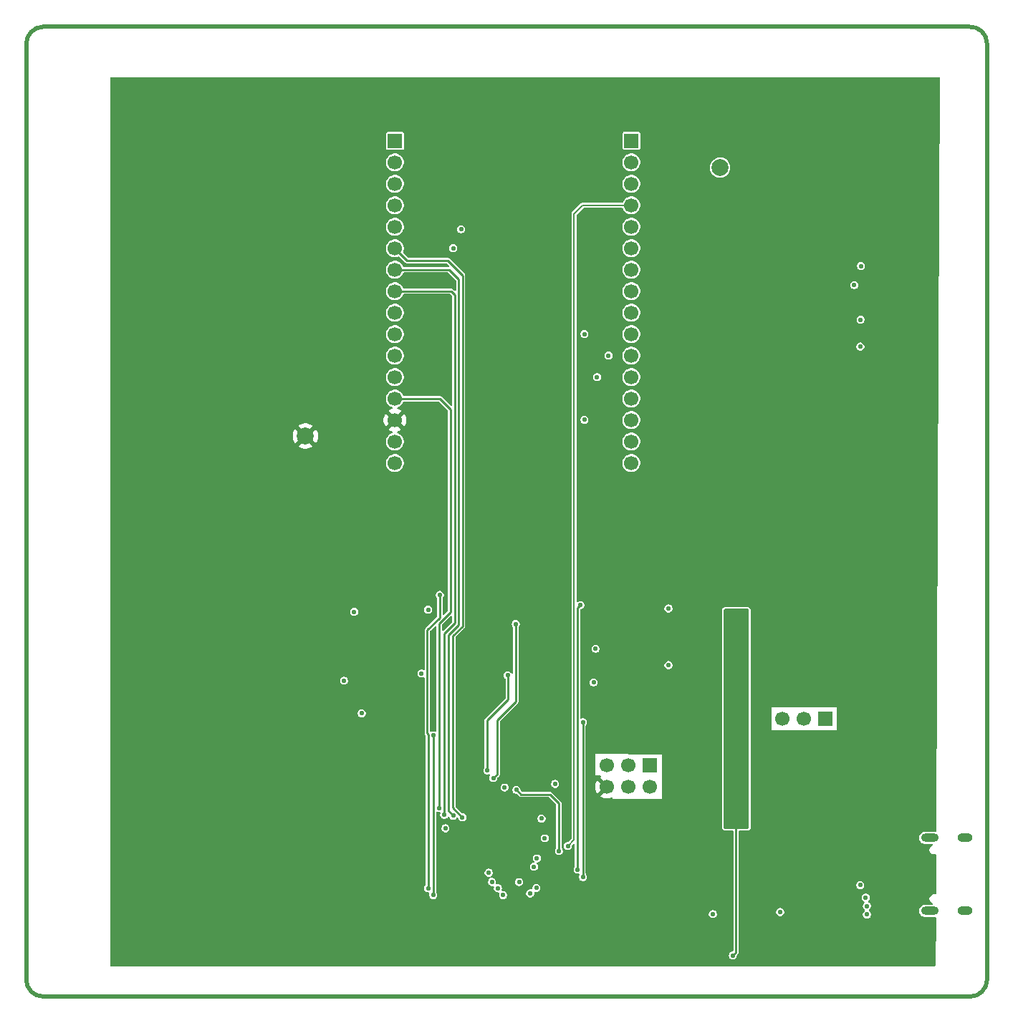
<source format=gbr>
%TF.GenerationSoftware,KiCad,Pcbnew,9.0.6*%
%TF.CreationDate,2026-01-06T10:28:57+00:00*%
%TF.ProjectId,PyBoardTester,5079426f-6172-4645-9465-737465722e6b,rev?*%
%TF.SameCoordinates,Original*%
%TF.FileFunction,Copper,L2,Inr*%
%TF.FilePolarity,Positive*%
%FSLAX46Y46*%
G04 Gerber Fmt 4.6, Leading zero omitted, Abs format (unit mm)*
G04 Created by KiCad (PCBNEW 9.0.6) date 2026-01-06 10:28:57*
%MOMM*%
%LPD*%
G01*
G04 APERTURE LIST*
%TA.AperFunction,ComponentPad*%
%ADD10R,1.700000X1.700000*%
%TD*%
%TA.AperFunction,ComponentPad*%
%ADD11C,1.700000*%
%TD*%
%TA.AperFunction,ComponentPad*%
%ADD12C,2.000000*%
%TD*%
%TA.AperFunction,HeatsinkPad*%
%ADD13O,2.100000X1.000000*%
%TD*%
%TA.AperFunction,HeatsinkPad*%
%ADD14O,1.800000X1.000000*%
%TD*%
%TA.AperFunction,ViaPad*%
%ADD15C,0.550000*%
%TD*%
%TA.AperFunction,Conductor*%
%ADD16C,0.230000*%
%TD*%
%TA.AperFunction,Conductor*%
%ADD17C,0.220000*%
%TD*%
%TA.AperFunction,Conductor*%
%ADD18C,0.210000*%
%TD*%
%TA.AperFunction,Profile*%
%ADD19C,0.500000*%
%TD*%
G04 APERTURE END LIST*
D10*
%TO.N,V+#1*%
%TO.C,J3*%
X155314000Y-50194800D03*
D11*
%TO.N,+3V3#1*%
X155314000Y-52734800D03*
%TO.N,GND#1*%
X155314000Y-55274800D03*
%TO.N,/~{RST}#1 actuador*%
X155314000Y-57814800D03*
%TO.N,/module on test/PB1-Y12*%
X155314000Y-60354800D03*
%TO.N,/module on test/PB0-Y11*%
X155314000Y-62894800D03*
%TO.N,/module on test/PB11-Y10*%
X155314000Y-65434800D03*
%TO.N,/module on test/PB10-Y9*%
X155314000Y-67974800D03*
%TO.N,/module on test/PA3-X4*%
X155314000Y-70514800D03*
%TO.N,/module on test/PA2-X3*%
X155314000Y-73054800D03*
%TO.N,/module on test/PA1-X2*%
X155314000Y-75594800D03*
%TO.N,/module on test/PA0-X1*%
X155314000Y-78134800D03*
%TO.N,/module on test/PA3-X4*%
X155314000Y-80674800D03*
%TO.N,/module on test/PA2-X3*%
X155314000Y-83214800D03*
%TO.N,/module on test/PA1-X2*%
X155314000Y-85754800D03*
%TO.N,/module on test/PA0-X1*%
X155314000Y-88294800D03*
%TD*%
D10*
%TO.N,USB+5V*%
%TO.C,J4*%
X178250000Y-118550000D03*
D11*
%TO.N,Vin*%
X175710000Y-118550000D03*
%TO.N,V+#2*%
X173170000Y-118550000D03*
%TD*%
D12*
%TO.N,GND*%
%TO.C,TP27*%
X116790681Y-85109856D03*
%TD*%
D10*
%TO.N,/PDI_DATA*%
%TO.C,J1*%
X157490000Y-124075000D03*
D11*
%TO.N,+3V3*%
X157490000Y-126615000D03*
%TO.N,unconnected-(J1-Pin_3-Pad3)*%
X154950000Y-124075000D03*
%TO.N,unconnected-(J1-Pin_4-Pad4)*%
X154950000Y-126615000D03*
%TO.N,/PDI_CLOCK*%
X152410000Y-124075000D03*
%TO.N,GND*%
X152410000Y-126615000D03*
%TD*%
D13*
%TO.N,Net-(J5-SHIELD)*%
%TO.C,J5*%
X190570000Y-141270000D03*
D14*
X194750000Y-141270000D03*
D13*
X190570000Y-132630000D03*
D14*
X194750000Y-132630000D03*
%TD*%
D12*
%TO.N,GND#1*%
%TO.C,TP6*%
X165814000Y-53368133D03*
%TD*%
D10*
%TO.N,/module on test/PC6-Y1*%
%TO.C,J2*%
X127380000Y-50206800D03*
D11*
%TO.N,/module on test/PC7-Y2*%
X127380000Y-52746800D03*
%TO.N,/module on test/PB12-Y5*%
X127380000Y-55286800D03*
%TO.N,/module on test/PB13-Y6*%
X127380000Y-57826800D03*
%TO.N,/module on test/PB12-Y5*%
X127380000Y-60366800D03*
%TO.N,/module on test/PB13-Y6*%
X127380000Y-62906800D03*
%TO.N,/module on test/PB10-Y9*%
X127380000Y-65446800D03*
%TO.N,/module on test/PB11-Y10*%
X127380000Y-67986800D03*
%TO.N,/module on test/PB0-Y11*%
X127380000Y-70526800D03*
%TO.N,/module on test/PB1-Y12*%
X127380000Y-73066800D03*
%TO.N,/module on test/PC4-X11*%
X127380000Y-75606800D03*
%TO.N,/module on test/PC5-X12*%
X127380000Y-78146800D03*
%TO.N,/~{RST}#2 feedback*%
X127380000Y-80686800D03*
%TO.N,GND*%
X127380000Y-83226800D03*
%TO.N,+3V3#2*%
X127380000Y-85766800D03*
%TO.N,V+#2*%
X127380000Y-88306800D03*
%TD*%
D15*
%TO.N,+3V3#2*%
X121350000Y-114050000D03*
%TO.N,V+#2*%
X122550000Y-105900000D03*
X123450000Y-117900000D03*
%TO.N,V+#1*%
X159700000Y-105500000D03*
%TO.N,+3V3#1*%
X159700000Y-112200000D03*
%TO.N,/module on test/PB1-Y12*%
X135200000Y-60644800D03*
%TO.N,/module on test/PB0-Y11*%
X134250000Y-62894800D03*
%TO.N,/module on test/PB13-Y6*%
X135350000Y-130200000D03*
%TO.N,/module on test/PB10-Y9*%
X134250000Y-130000000D03*
%TO.N,/~{RST}#2 feedback*%
X132600000Y-129100000D03*
%TO.N,GND*%
X150650000Y-127350000D03*
X133050000Y-82600000D03*
X157750000Y-80700000D03*
X170950000Y-134200000D03*
X157950000Y-89750000D03*
X158150000Y-105800000D03*
X133300000Y-105050000D03*
X181550000Y-122750000D03*
X169750000Y-104850000D03*
X157150000Y-119300000D03*
X131200000Y-66900000D03*
X149850000Y-117350000D03*
X185100000Y-72050000D03*
X145200000Y-114500000D03*
X140200000Y-133600000D03*
X187767500Y-145800000D03*
X147800000Y-119350000D03*
X147362500Y-114561200D03*
X131950000Y-108300000D03*
X133363500Y-135500000D03*
X140200000Y-129850000D03*
X190550000Y-98950000D03*
X160750000Y-57550000D03*
X177500000Y-133350000D03*
X190450000Y-88350000D03*
X180550000Y-137600000D03*
X181200000Y-141450000D03*
X130400000Y-118950000D03*
X175450000Y-58700000D03*
X176800000Y-48150000D03*
X132900000Y-146000000D03*
X147500000Y-92350000D03*
X147650000Y-69100000D03*
X133950000Y-61700000D03*
X185250000Y-130750000D03*
X124900000Y-119750000D03*
X187900000Y-51250000D03*
X136800000Y-104550000D03*
X174100000Y-83750000D03*
X181750000Y-84450000D03*
X187667500Y-129900000D03*
X157900000Y-63700000D03*
X136850000Y-94150000D03*
X173950000Y-123350000D03*
X133050000Y-97650000D03*
X138350000Y-133600000D03*
X173100000Y-121550000D03*
X181750000Y-127600000D03*
X150850000Y-44650000D03*
X166500000Y-132450000D03*
X185450000Y-104450000D03*
X188000000Y-75200000D03*
X172450000Y-70750000D03*
X177500000Y-145350000D03*
X136500000Y-73450000D03*
X140750000Y-112350000D03*
X138350000Y-129850000D03*
X190150000Y-118150000D03*
X119650000Y-93700000D03*
X170700000Y-93350000D03*
X120650000Y-121700000D03*
X142100000Y-131750000D03*
X100850000Y-111500000D03*
X132000000Y-115000000D03*
X129750000Y-71700000D03*
X147750000Y-61800000D03*
X170700000Y-100000000D03*
X189050000Y-45050000D03*
X124750000Y-115006800D03*
X122700000Y-115150000D03*
X123600000Y-101850000D03*
X168350000Y-132150000D03*
X133000000Y-90750000D03*
X165150000Y-119300000D03*
X132850000Y-44350000D03*
X181550000Y-99900000D03*
X142800000Y-97950000D03*
X142100000Y-129850000D03*
X146950000Y-75750000D03*
X170850000Y-126050000D03*
X185000000Y-138155000D03*
X154800000Y-105700000D03*
X149900000Y-66550000D03*
X170300000Y-117200000D03*
X157150000Y-138000000D03*
X141400000Y-122300000D03*
X140200000Y-131750000D03*
X136800000Y-68800000D03*
X132000000Y-113056800D03*
X165100000Y-105400000D03*
X183550000Y-76050000D03*
X159712500Y-110311200D03*
X136500000Y-66800000D03*
X141750000Y-78600000D03*
X130550000Y-124800000D03*
X160700000Y-77550000D03*
X150100000Y-84700000D03*
X155750000Y-132100000D03*
X185250000Y-113500000D03*
X158000000Y-54300000D03*
X97400000Y-46350000D03*
X147650000Y-83650000D03*
X169850000Y-44550000D03*
X172900000Y-134150000D03*
X185350000Y-88600000D03*
X96350000Y-72250000D03*
X179900000Y-71250000D03*
X130450000Y-115050000D03*
X142100000Y-133600000D03*
X180700000Y-64700000D03*
X149700000Y-108350000D03*
X157700000Y-71950000D03*
X149150000Y-78150000D03*
X149200000Y-103250000D03*
X146600000Y-122600000D03*
X147312500Y-108511200D03*
X133300000Y-79550000D03*
X158100000Y-101600000D03*
X113900000Y-44250000D03*
X147650000Y-110750000D03*
X136550000Y-83550000D03*
X140200000Y-123000000D03*
X151950000Y-82200000D03*
X170582500Y-146550000D03*
X140450000Y-119250000D03*
X149700000Y-114350000D03*
X137800000Y-106975000D03*
X96850000Y-101950000D03*
X142200000Y-138950000D03*
X105600000Y-59900000D03*
X147700000Y-102450000D03*
X136750000Y-114806800D03*
X132100000Y-106325000D03*
X159712500Y-116161200D03*
X170850000Y-126850000D03*
X97250000Y-123100000D03*
X180700000Y-78350000D03*
X155562500Y-117561200D03*
X142300000Y-117350000D03*
X185350000Y-96800000D03*
X168350000Y-134450000D03*
X159600000Y-124600000D03*
X145500000Y-139050000D03*
X106250000Y-83450000D03*
X159800000Y-136150000D03*
X124750000Y-108400000D03*
X147450000Y-127600000D03*
X130450000Y-136300000D03*
X160600000Y-86250000D03*
X189850000Y-126300000D03*
X96500000Y-143600000D03*
X174582500Y-131600000D03*
X137300000Y-137600000D03*
X165500000Y-112550000D03*
X129600000Y-74050000D03*
X176750000Y-110450000D03*
X187717500Y-143900000D03*
X142050000Y-61850000D03*
X161000000Y-92050000D03*
X149250000Y-71400000D03*
X125300000Y-103800000D03*
X190450000Y-109850000D03*
X169000000Y-137650000D03*
X136400000Y-59900000D03*
X188250000Y-140150000D03*
X139950000Y-115900000D03*
X170150000Y-110100000D03*
X130200000Y-63600000D03*
X188300000Y-133250000D03*
X190350000Y-147100000D03*
X123900000Y-89300000D03*
X111750000Y-139900000D03*
X122300000Y-110700000D03*
X170600000Y-119100000D03*
X105500000Y-131500000D03*
X165550000Y-115900000D03*
X140900000Y-108800000D03*
X124300000Y-112950000D03*
X135700000Y-128250000D03*
X131800000Y-119000000D03*
X133600000Y-107200000D03*
X151350000Y-132200000D03*
X122600000Y-117456800D03*
X185400000Y-82100000D03*
X133750000Y-66750000D03*
X157312500Y-114261200D03*
X114000000Y-100900000D03*
X170300000Y-144900000D03*
X181650000Y-107450000D03*
X138350000Y-131750000D03*
X160750000Y-66850000D03*
X135150000Y-119300000D03*
X165450000Y-125800000D03*
X132850000Y-137400000D03*
X122510000Y-108450000D03*
X174920000Y-126950000D03*
X161400000Y-146350000D03*
X147750000Y-117400000D03*
X164550000Y-137250000D03*
X123900000Y-94700000D03*
X154850000Y-121900000D03*
X184650000Y-132850000D03*
X177580000Y-126950000D03*
X134950000Y-125950000D03*
X153500000Y-56700000D03*
X158850000Y-51750000D03*
X131850000Y-117600000D03*
X157312500Y-108311200D03*
X160850000Y-98650000D03*
X181700000Y-114500000D03*
X137200000Y-117600000D03*
X133350000Y-68950000D03*
X188000000Y-61750000D03*
X165400000Y-108750000D03*
X148450000Y-141850000D03*
X116200000Y-114850000D03*
X190650000Y-77700000D03*
X180600000Y-51100000D03*
X135050000Y-132400000D03*
X185450000Y-123950000D03*
X152150000Y-139150000D03*
X130400000Y-130950000D03*
X145100000Y-108450000D03*
X158000000Y-95400000D03*
X160850000Y-105850000D03*
X147700000Y-130450000D03*
X150350000Y-119800000D03*
X181650000Y-92700000D03*
%TO.N,/STATE_LED*%
X141730999Y-126941690D03*
X146750000Y-134200000D03*
%TO.N,/~{RST}#1 actuador*%
X147800000Y-133600000D03*
%TO.N,/V+#1_chck*%
X141650000Y-107343700D03*
X139000000Y-125550000D03*
%TO.N,/+3V3#1_chck*%
X140700000Y-113400000D03*
X138285000Y-124650000D03*
%TO.N,/V+#1_ok*%
X138450000Y-136750000D03*
X148950000Y-136400000D03*
X149300000Y-105100000D03*
%TO.N,/+3V3#1_ok*%
X138850000Y-137850000D03*
X149600000Y-118950000D03*
X149600000Y-137264000D03*
%TO.N,/V+#2_ok*%
X139550000Y-138600000D03*
X131300000Y-138600000D03*
X132675000Y-103900000D03*
%TO.N,/+3V3#2_ok*%
X131900000Y-120500000D03*
X131900000Y-139400000D03*
X140150000Y-139400000D03*
%TO.N,/module on test/PB11-Y10*%
X133200000Y-129900000D03*
%TO.N,/module on test/PA1-X2*%
X152614000Y-75594800D03*
%TO.N,/module on test/PA0-X1*%
X151264000Y-78144800D03*
%TO.N,/module on test/PA2-X3*%
X149764000Y-73044800D03*
X149764000Y-83194800D03*
%TO.N,+3V3*%
X144700000Y-130350000D03*
X146300000Y-126250000D03*
X150850000Y-114250000D03*
X167300000Y-146550000D03*
X166700000Y-117200000D03*
X133350000Y-131500000D03*
X166900000Y-125950000D03*
X142050000Y-137849000D03*
X145075000Y-132675000D03*
X167000000Y-111400000D03*
X131300000Y-105650000D03*
X168700000Y-108600000D03*
X166750000Y-120950000D03*
X166950000Y-106000000D03*
X168700000Y-130100000D03*
X168670000Y-127830000D03*
X168300000Y-119350000D03*
X151078367Y-110271633D03*
X166800000Y-130900000D03*
X130500000Y-113200000D03*
X167000000Y-128400000D03*
X168650000Y-122850000D03*
X140328500Y-126671500D03*
X168700000Y-114450000D03*
%TO.N,/FTDI_CTS*%
X164950000Y-141650000D03*
X172900000Y-141400000D03*
%TO.N,/RST#1_LED*%
X143359022Y-139200000D03*
X182375000Y-74525000D03*
X183150000Y-141700000D03*
%TO.N,/RST#2_LED*%
X144100000Y-138550000D03*
X182400000Y-71350000D03*
X183145384Y-140700000D03*
%TO.N,/SUPPLY_LED*%
X183000000Y-139700000D03*
X181650000Y-67250000D03*
X143800000Y-136050000D03*
%TO.N,/IOs_LED*%
X144150000Y-135050000D03*
X182370000Y-138220000D03*
X182450000Y-65000000D03*
%TD*%
D16*
%TO.N,/module on test/PB13-Y6*%
X134200000Y-108757634D02*
X135357999Y-107599635D01*
X135350000Y-130200000D02*
X134200000Y-129050000D01*
X135357999Y-66107999D02*
X133600000Y-64350000D01*
X134200000Y-129050000D02*
X134200000Y-108757634D01*
X128823200Y-64350000D02*
X127380000Y-62906800D01*
X135357999Y-107599635D02*
X135357999Y-66107999D01*
X133600000Y-64350000D02*
X128823200Y-64350000D01*
D17*
%TO.N,/module on test/PB10-Y9*%
X133700000Y-129450000D02*
X133700000Y-108633966D01*
X133700000Y-108633966D02*
X134916999Y-107416967D01*
X134916999Y-107416967D02*
X134916999Y-66566999D01*
X134916999Y-66566999D02*
X133796800Y-65446800D01*
X133796800Y-65446800D02*
X127380000Y-65446800D01*
X134250000Y-130000000D02*
X133700000Y-129450000D01*
D16*
%TO.N,/~{RST}#2 feedback*%
X132686800Y-80686800D02*
X127380000Y-80686800D01*
X133950000Y-81950000D02*
X132686800Y-80686800D01*
X132600000Y-129100000D02*
X132606000Y-129094000D01*
X132606000Y-107271398D02*
X133950000Y-105927398D01*
X133950000Y-105927398D02*
X133950000Y-81950000D01*
X132606000Y-129094000D02*
X132606000Y-107271398D01*
D17*
%TO.N,/STATE_LED*%
X142289309Y-127500000D02*
X141730999Y-126941690D01*
X145700000Y-127500000D02*
X142289309Y-127500000D01*
X146750000Y-134200000D02*
X146750000Y-128550000D01*
X146640000Y-134200000D02*
X146750000Y-134200000D01*
X146750000Y-128550000D02*
X145700000Y-127500000D01*
D18*
%TO.N,/~{RST}#1 actuador*%
X148534000Y-58816000D02*
X149535200Y-57814800D01*
X149535200Y-57814800D02*
X155314000Y-57814800D01*
X147800000Y-133600000D02*
X148534000Y-132866000D01*
X148534000Y-132866000D02*
X148534000Y-58816000D01*
D17*
%TO.N,/V+#1_chck*%
X141650000Y-107343700D02*
X141650000Y-116521000D01*
X139450000Y-125100000D02*
X139000000Y-125550000D01*
X139450000Y-118721000D02*
X139450000Y-125100000D01*
X141650000Y-116521000D02*
X139450000Y-118721000D01*
%TO.N,/+3V3#1_chck*%
X140750000Y-116250000D02*
X138285000Y-118715000D01*
X140700000Y-113400000D02*
X140750000Y-113450000D01*
X140750000Y-113450000D02*
X140750000Y-116250000D01*
X138285000Y-118715000D02*
X138285000Y-124650000D01*
%TO.N,/V+#1_ok*%
X148950000Y-136400000D02*
X148950000Y-105450000D01*
X148950000Y-105450000D02*
X149300000Y-105100000D01*
%TO.N,/+3V3#1_ok*%
X149600000Y-137264000D02*
X149600000Y-118950000D01*
%TO.N,/V+#2_ok*%
X132675000Y-106071270D02*
X132675000Y-103900000D01*
X131300000Y-138600000D02*
X131300000Y-120371270D01*
X131200000Y-108053730D02*
X132686000Y-106567730D01*
X132686000Y-106082270D02*
X132675000Y-106071270D01*
X131200000Y-120271270D02*
X131200000Y-108053730D01*
X131300000Y-120371270D02*
X131200000Y-120271270D01*
X132686000Y-106567730D02*
X132686000Y-106082270D01*
%TO.N,/+3V3#2_ok*%
X131913730Y-139186270D02*
X131913730Y-120486270D01*
X131900000Y-139400000D02*
X131900000Y-139200000D01*
X131900000Y-139200000D02*
X131913730Y-139186270D01*
X131913730Y-120486270D02*
X131900000Y-120500000D01*
%TO.N,/module on test/PB11-Y10*%
X134456000Y-68406000D02*
X134036800Y-67986800D01*
X133200000Y-108482014D02*
X134456000Y-107226014D01*
X134456000Y-107226014D02*
X134456000Y-68406000D01*
X133200000Y-129900000D02*
X133200000Y-108482014D01*
X134036800Y-67986800D02*
X127380000Y-67986800D01*
%TO.N,+3V3*%
X167300000Y-146550000D02*
X167681500Y-146168500D01*
X167681500Y-129818500D02*
X167700000Y-129800000D01*
X167681500Y-146168500D02*
X167681500Y-129818500D01*
%TD*%
%TA.AperFunction,Conductor*%
%TO.N,+3V3*%
G36*
X169143039Y-105569685D02*
G01*
X169188794Y-105622489D01*
X169200000Y-105674000D01*
X169200000Y-131426000D01*
X169180315Y-131493039D01*
X169127511Y-131538794D01*
X169076000Y-131550000D01*
X166374000Y-131550000D01*
X166306961Y-131530315D01*
X166261206Y-131477511D01*
X166250000Y-131426000D01*
X166250000Y-105674000D01*
X166269685Y-105606961D01*
X166322489Y-105561206D01*
X166374000Y-105550000D01*
X169076000Y-105550000D01*
X169143039Y-105569685D01*
G37*
%TD.AperFunction*%
%TD*%
%TA.AperFunction,Conductor*%
%TO.N,GND*%
G36*
X132209834Y-107585524D02*
G01*
X132265767Y-107627396D01*
X132290184Y-107692860D01*
X132290500Y-107701706D01*
X132290500Y-119961621D01*
X132270815Y-120028660D01*
X132218011Y-120074415D01*
X132148853Y-120084359D01*
X132104502Y-120069009D01*
X132083540Y-120056907D01*
X132083537Y-120056905D01*
X132043224Y-120046103D01*
X131962601Y-120024500D01*
X131837399Y-120024500D01*
X131776931Y-120040702D01*
X131716462Y-120056905D01*
X131716457Y-120056907D01*
X131696496Y-120068432D01*
X131628596Y-120084902D01*
X131562570Y-120062048D01*
X131519381Y-120007125D01*
X131510500Y-119961043D01*
X131510500Y-108233706D01*
X131530185Y-108166667D01*
X131546819Y-108146025D01*
X132078819Y-107614025D01*
X132140142Y-107580540D01*
X132209834Y-107585524D01*
G37*
%TD.AperFunction*%
%TA.AperFunction,Conductor*%
G36*
X134064834Y-106361263D02*
G01*
X134120767Y-106403135D01*
X134145184Y-106468599D01*
X134145500Y-106477445D01*
X134145500Y-107046038D01*
X134125815Y-107113077D01*
X134109181Y-107133719D01*
X133133181Y-108109719D01*
X133071858Y-108143204D01*
X133002166Y-108138220D01*
X132946233Y-108096348D01*
X132921816Y-108030884D01*
X132921500Y-108022038D01*
X132921500Y-107453445D01*
X132941185Y-107386406D01*
X132957819Y-107365764D01*
X133933819Y-106389764D01*
X133995142Y-106356279D01*
X134064834Y-106361263D01*
G37*
%TD.AperFunction*%
%TA.AperFunction,Conductor*%
G36*
X191742448Y-42669685D02*
G01*
X191788203Y-42722489D01*
X191799407Y-42774588D01*
X191650561Y-74076929D01*
X191376004Y-131816194D01*
X191356000Y-131883139D01*
X191302980Y-131928642D01*
X191233775Y-131938257D01*
X191227815Y-131937222D01*
X191188993Y-131929500D01*
X189951007Y-131929500D01*
X189951005Y-131929500D01*
X189815677Y-131956418D01*
X189815667Y-131956421D01*
X189688195Y-132009221D01*
X189688182Y-132009228D01*
X189573458Y-132085885D01*
X189573454Y-132085888D01*
X189475888Y-132183454D01*
X189475885Y-132183458D01*
X189399228Y-132298182D01*
X189399221Y-132298195D01*
X189346421Y-132425667D01*
X189346418Y-132425677D01*
X189319500Y-132561004D01*
X189319500Y-132561007D01*
X189319500Y-132698993D01*
X189319500Y-132698995D01*
X189319499Y-132698995D01*
X189346418Y-132834322D01*
X189346421Y-132834332D01*
X189399221Y-132961804D01*
X189399228Y-132961817D01*
X189475885Y-133076541D01*
X189475888Y-133076545D01*
X189573454Y-133174111D01*
X189573458Y-133174114D01*
X189688182Y-133250771D01*
X189688195Y-133250778D01*
X189815667Y-133303578D01*
X189815672Y-133303580D01*
X189815676Y-133303580D01*
X189815677Y-133303581D01*
X189951004Y-133330500D01*
X190822732Y-133330500D01*
X190889771Y-133350185D01*
X190935526Y-133402989D01*
X190945470Y-133472147D01*
X190916445Y-133535703D01*
X190874168Y-133566187D01*
X190874203Y-133566248D01*
X190873608Y-133566591D01*
X190870182Y-133569062D01*
X190867163Y-133570312D01*
X190747338Y-133639492D01*
X190747333Y-133639496D01*
X190649496Y-133737333D01*
X190649492Y-133737338D01*
X190580313Y-133857161D01*
X190580312Y-133857164D01*
X190544500Y-133990817D01*
X190544500Y-134129183D01*
X190580249Y-134262599D01*
X190580312Y-134262835D01*
X190580313Y-134262838D01*
X190649492Y-134382661D01*
X190649494Y-134382664D01*
X190649495Y-134382665D01*
X190747335Y-134480505D01*
X190747336Y-134480506D01*
X190747338Y-134480507D01*
X190767184Y-134491965D01*
X190867164Y-134549688D01*
X191000817Y-134585500D01*
X191000819Y-134585500D01*
X191139180Y-134585500D01*
X191139183Y-134585500D01*
X191206259Y-134567527D01*
X191276105Y-134569190D01*
X191333967Y-134608352D01*
X191361472Y-134672580D01*
X191362348Y-134687892D01*
X191340857Y-139207529D01*
X191320853Y-139274474D01*
X191267833Y-139319977D01*
X191198628Y-139329592D01*
X191184771Y-139326715D01*
X191139183Y-139314500D01*
X191000817Y-139314500D01*
X190867164Y-139350312D01*
X190867161Y-139350313D01*
X190747338Y-139419492D01*
X190747333Y-139419496D01*
X190649496Y-139517333D01*
X190649492Y-139517338D01*
X190580313Y-139637161D01*
X190580312Y-139637164D01*
X190544500Y-139770817D01*
X190544500Y-139909183D01*
X190566682Y-139991965D01*
X190580312Y-140042835D01*
X190580313Y-140042838D01*
X190649492Y-140162661D01*
X190649494Y-140162664D01*
X190649495Y-140162665D01*
X190747335Y-140260505D01*
X190867164Y-140329688D01*
X190867167Y-140329689D01*
X190870182Y-140330938D01*
X190872337Y-140332675D01*
X190874203Y-140333752D01*
X190874035Y-140334042D01*
X190924587Y-140374778D01*
X190946653Y-140441072D01*
X190929375Y-140508771D01*
X190878239Y-140556383D01*
X190822732Y-140569500D01*
X189951005Y-140569500D01*
X189815677Y-140596418D01*
X189815667Y-140596421D01*
X189688195Y-140649221D01*
X189688182Y-140649228D01*
X189573458Y-140725885D01*
X189573454Y-140725888D01*
X189475888Y-140823454D01*
X189475885Y-140823458D01*
X189399228Y-140938182D01*
X189399221Y-140938195D01*
X189346421Y-141065667D01*
X189346418Y-141065677D01*
X189319500Y-141201004D01*
X189319500Y-141201007D01*
X189319500Y-141338993D01*
X189319500Y-141338995D01*
X189319499Y-141338995D01*
X189346418Y-141474322D01*
X189346421Y-141474332D01*
X189399221Y-141601804D01*
X189399228Y-141601817D01*
X189475885Y-141716541D01*
X189475888Y-141716545D01*
X189573454Y-141814111D01*
X189573458Y-141814114D01*
X189688182Y-141890771D01*
X189688195Y-141890778D01*
X189811773Y-141941965D01*
X189815672Y-141943580D01*
X189815676Y-141943580D01*
X189815677Y-141943581D01*
X189951004Y-141970500D01*
X189951007Y-141970500D01*
X191188990Y-141970500D01*
X191188993Y-141970500D01*
X191188995Y-141970499D01*
X191190969Y-141970305D01*
X191191998Y-141970500D01*
X191195085Y-141970500D01*
X191195085Y-141971085D01*
X191259616Y-141983319D01*
X191310329Y-142031381D01*
X191327130Y-142094297D01*
X191300587Y-147676590D01*
X191280583Y-147743535D01*
X191227563Y-147789038D01*
X191176588Y-147800000D01*
X93824000Y-147800000D01*
X93756961Y-147780315D01*
X93711206Y-147727511D01*
X93700000Y-147676000D01*
X93700000Y-141587399D01*
X164474500Y-141587399D01*
X164474500Y-141712601D01*
X164506905Y-141833536D01*
X164569505Y-141941964D01*
X164658036Y-142030495D01*
X164766464Y-142093095D01*
X164887399Y-142125500D01*
X164887401Y-142125500D01*
X165012599Y-142125500D01*
X165012601Y-142125500D01*
X165133536Y-142093095D01*
X165241964Y-142030495D01*
X165330495Y-141941964D01*
X165393095Y-141833536D01*
X165425500Y-141712601D01*
X165425500Y-141587399D01*
X165393095Y-141466464D01*
X165330495Y-141358036D01*
X165241964Y-141269505D01*
X165133536Y-141206905D01*
X165133537Y-141206905D01*
X165093224Y-141196103D01*
X165012601Y-141174500D01*
X164887399Y-141174500D01*
X164806775Y-141196103D01*
X164766463Y-141206905D01*
X164658037Y-141269504D01*
X164658034Y-141269506D01*
X164569506Y-141358034D01*
X164569504Y-141358037D01*
X164506905Y-141466463D01*
X164506905Y-141466464D01*
X164474500Y-141587399D01*
X93700000Y-141587399D01*
X93700000Y-117837399D01*
X122974500Y-117837399D01*
X122974500Y-117962601D01*
X123006905Y-118083536D01*
X123069505Y-118191964D01*
X123158036Y-118280495D01*
X123266464Y-118343095D01*
X123387399Y-118375500D01*
X123387401Y-118375500D01*
X123512599Y-118375500D01*
X123512601Y-118375500D01*
X123633536Y-118343095D01*
X123741964Y-118280495D01*
X123830495Y-118191964D01*
X123893095Y-118083536D01*
X123925500Y-117962601D01*
X123925500Y-117837399D01*
X123893095Y-117716464D01*
X123830495Y-117608036D01*
X123741964Y-117519505D01*
X123633536Y-117456905D01*
X123633537Y-117456905D01*
X123593224Y-117446103D01*
X123512601Y-117424500D01*
X123387399Y-117424500D01*
X123306775Y-117446103D01*
X123266463Y-117456905D01*
X123158037Y-117519504D01*
X123158034Y-117519506D01*
X123069506Y-117608034D01*
X123069504Y-117608037D01*
X123006905Y-117716463D01*
X123006905Y-117716464D01*
X122974500Y-117837399D01*
X93700000Y-117837399D01*
X93700000Y-113987399D01*
X120874500Y-113987399D01*
X120874500Y-114112601D01*
X120906905Y-114233536D01*
X120969505Y-114341964D01*
X121058036Y-114430495D01*
X121166464Y-114493095D01*
X121287399Y-114525500D01*
X121287401Y-114525500D01*
X121412599Y-114525500D01*
X121412601Y-114525500D01*
X121533536Y-114493095D01*
X121641964Y-114430495D01*
X121730495Y-114341964D01*
X121793095Y-114233536D01*
X121825500Y-114112601D01*
X121825500Y-113987399D01*
X121793095Y-113866464D01*
X121730495Y-113758036D01*
X121641964Y-113669505D01*
X121533536Y-113606905D01*
X121533537Y-113606905D01*
X121492510Y-113595912D01*
X121412601Y-113574500D01*
X121287399Y-113574500D01*
X121207490Y-113595912D01*
X121166463Y-113606905D01*
X121058037Y-113669504D01*
X121058034Y-113669506D01*
X120969506Y-113758034D01*
X120969504Y-113758037D01*
X120906905Y-113866463D01*
X120906905Y-113866464D01*
X120874500Y-113987399D01*
X93700000Y-113987399D01*
X93700000Y-105837399D01*
X122074500Y-105837399D01*
X122074500Y-105962601D01*
X122106905Y-106083536D01*
X122169505Y-106191964D01*
X122258036Y-106280495D01*
X122366464Y-106343095D01*
X122487399Y-106375500D01*
X122487401Y-106375500D01*
X122612599Y-106375500D01*
X122612601Y-106375500D01*
X122733536Y-106343095D01*
X122841964Y-106280495D01*
X122930495Y-106191964D01*
X122993095Y-106083536D01*
X123025500Y-105962601D01*
X123025500Y-105837399D01*
X122993095Y-105716464D01*
X122930495Y-105608036D01*
X122909858Y-105587399D01*
X130824500Y-105587399D01*
X130824500Y-105712601D01*
X130856905Y-105833536D01*
X130919505Y-105941964D01*
X131008036Y-106030495D01*
X131116464Y-106093095D01*
X131237399Y-106125500D01*
X131237401Y-106125500D01*
X131362599Y-106125500D01*
X131362601Y-106125500D01*
X131483536Y-106093095D01*
X131591964Y-106030495D01*
X131680495Y-105941964D01*
X131743095Y-105833536D01*
X131775500Y-105712601D01*
X131775500Y-105587399D01*
X131743095Y-105466464D01*
X131680495Y-105358036D01*
X131591964Y-105269505D01*
X131483536Y-105206905D01*
X131483537Y-105206905D01*
X131443224Y-105196103D01*
X131362601Y-105174500D01*
X131237399Y-105174500D01*
X131156775Y-105196103D01*
X131116463Y-105206905D01*
X131008037Y-105269504D01*
X131008034Y-105269506D01*
X130919506Y-105358034D01*
X130919504Y-105358037D01*
X130856905Y-105466463D01*
X130851157Y-105487915D01*
X130824500Y-105587399D01*
X122909858Y-105587399D01*
X122841964Y-105519505D01*
X122733536Y-105456905D01*
X122733537Y-105456905D01*
X122693224Y-105446103D01*
X122612601Y-105424500D01*
X122487399Y-105424500D01*
X122406775Y-105446103D01*
X122366463Y-105456905D01*
X122258037Y-105519504D01*
X122258034Y-105519506D01*
X122169506Y-105608034D01*
X122169504Y-105608037D01*
X122106905Y-105716463D01*
X122090702Y-105776931D01*
X122074500Y-105837399D01*
X93700000Y-105837399D01*
X93700000Y-88203330D01*
X126329500Y-88203330D01*
X126329500Y-88410269D01*
X126369868Y-88613212D01*
X126369870Y-88613220D01*
X126449058Y-88804396D01*
X126564024Y-88976457D01*
X126710342Y-89122775D01*
X126710345Y-89122777D01*
X126882402Y-89237741D01*
X127073580Y-89316930D01*
X127216202Y-89345299D01*
X127276530Y-89357299D01*
X127276534Y-89357300D01*
X127276535Y-89357300D01*
X127483466Y-89357300D01*
X127483467Y-89357299D01*
X127686420Y-89316930D01*
X127877598Y-89237741D01*
X128049655Y-89122777D01*
X128195977Y-88976455D01*
X128310941Y-88804398D01*
X128390130Y-88613220D01*
X128430500Y-88410265D01*
X128430500Y-88203335D01*
X128390130Y-88000380D01*
X128310941Y-87809202D01*
X128195977Y-87637145D01*
X128195975Y-87637142D01*
X128049657Y-87490824D01*
X127963626Y-87433341D01*
X127877598Y-87375859D01*
X127848625Y-87363858D01*
X127686420Y-87296670D01*
X127686412Y-87296668D01*
X127483469Y-87256300D01*
X127483465Y-87256300D01*
X127276535Y-87256300D01*
X127276530Y-87256300D01*
X127073587Y-87296668D01*
X127073579Y-87296670D01*
X126882403Y-87375858D01*
X126710342Y-87490824D01*
X126564024Y-87637142D01*
X126449058Y-87809203D01*
X126369870Y-88000379D01*
X126369868Y-88000387D01*
X126329500Y-88203330D01*
X93700000Y-88203330D01*
X93700000Y-84991803D01*
X115290681Y-84991803D01*
X115290681Y-85227908D01*
X115327615Y-85461103D01*
X115400578Y-85685658D01*
X115507768Y-85896030D01*
X115568019Y-85978960D01*
X115568021Y-85978961D01*
X116307718Y-85239264D01*
X116324756Y-85302849D01*
X116390582Y-85416863D01*
X116483674Y-85509955D01*
X116597688Y-85575781D01*
X116661271Y-85592818D01*
X115921574Y-86332514D01*
X116004509Y-86392770D01*
X116214878Y-86499958D01*
X116439433Y-86572921D01*
X116439432Y-86572921D01*
X116672629Y-86609856D01*
X116908733Y-86609856D01*
X117141928Y-86572921D01*
X117366483Y-86499958D01*
X117576844Y-86392774D01*
X117576850Y-86392770D01*
X117659785Y-86332514D01*
X117659786Y-86332514D01*
X116920089Y-85592818D01*
X116983674Y-85575781D01*
X117097688Y-85509955D01*
X117190780Y-85416863D01*
X117256606Y-85302849D01*
X117273643Y-85239265D01*
X118013339Y-85978961D01*
X118013339Y-85978960D01*
X118073595Y-85896025D01*
X118073599Y-85896019D01*
X118180783Y-85685658D01*
X118202467Y-85618925D01*
X118253746Y-85461103D01*
X118290681Y-85227908D01*
X118290681Y-84991803D01*
X118253746Y-84758608D01*
X118180783Y-84534053D01*
X118073595Y-84323684D01*
X118013339Y-84240750D01*
X118013339Y-84240749D01*
X117273643Y-84980446D01*
X117256606Y-84916863D01*
X117190780Y-84802849D01*
X117097688Y-84709757D01*
X116983674Y-84643931D01*
X116920090Y-84626893D01*
X117659786Y-83887196D01*
X117659785Y-83887194D01*
X117576855Y-83826943D01*
X117366483Y-83719753D01*
X117141928Y-83646790D01*
X117141929Y-83646790D01*
X116908733Y-83609856D01*
X116672629Y-83609856D01*
X116439433Y-83646790D01*
X116214878Y-83719753D01*
X116004511Y-83826940D01*
X115921575Y-83887196D01*
X116661272Y-84626893D01*
X116597688Y-84643931D01*
X116483674Y-84709757D01*
X116390582Y-84802849D01*
X116324756Y-84916863D01*
X116307718Y-84980446D01*
X115568021Y-84240750D01*
X115507765Y-84323686D01*
X115400578Y-84534053D01*
X115327615Y-84758608D01*
X115290681Y-84991803D01*
X93700000Y-84991803D01*
X93700000Y-83120553D01*
X126030000Y-83120553D01*
X126030000Y-83333046D01*
X126063242Y-83542927D01*
X126063242Y-83542930D01*
X126128904Y-83745017D01*
X126225375Y-83934350D01*
X126264728Y-83988516D01*
X126897037Y-83356208D01*
X126914075Y-83419793D01*
X126979901Y-83533807D01*
X127072993Y-83626899D01*
X127187007Y-83692725D01*
X127250590Y-83709762D01*
X126618282Y-84342069D01*
X126618282Y-84342070D01*
X126672449Y-84381424D01*
X126861782Y-84477895D01*
X127037973Y-84535143D01*
X127095648Y-84574580D01*
X127122847Y-84638939D01*
X127110932Y-84707785D01*
X127063688Y-84759261D01*
X127047108Y-84767635D01*
X126882403Y-84835857D01*
X126710342Y-84950824D01*
X126564024Y-85097142D01*
X126449058Y-85269203D01*
X126369870Y-85460379D01*
X126369868Y-85460387D01*
X126329500Y-85663330D01*
X126329500Y-85870269D01*
X126369868Y-86073212D01*
X126369870Y-86073220D01*
X126449058Y-86264396D01*
X126564024Y-86436457D01*
X126710342Y-86582775D01*
X126710345Y-86582777D01*
X126882402Y-86697741D01*
X127073580Y-86776930D01*
X127216202Y-86805299D01*
X127276530Y-86817299D01*
X127276534Y-86817300D01*
X127276535Y-86817300D01*
X127483466Y-86817300D01*
X127483467Y-86817299D01*
X127686420Y-86776930D01*
X127877598Y-86697741D01*
X128049655Y-86582777D01*
X128195977Y-86436455D01*
X128310941Y-86264398D01*
X128390130Y-86073220D01*
X128430500Y-85870265D01*
X128430500Y-85663335D01*
X128390130Y-85460380D01*
X128310941Y-85269202D01*
X128195977Y-85097145D01*
X128195975Y-85097142D01*
X128049657Y-84950824D01*
X127963626Y-84893341D01*
X127877598Y-84835859D01*
X127877593Y-84835857D01*
X127797905Y-84802849D01*
X127712890Y-84767634D01*
X127658488Y-84723794D01*
X127636423Y-84657500D01*
X127653702Y-84589801D01*
X127704839Y-84542190D01*
X127722026Y-84535143D01*
X127898217Y-84477895D01*
X128087554Y-84381422D01*
X128141716Y-84342070D01*
X128141717Y-84342070D01*
X127509408Y-83709762D01*
X127572993Y-83692725D01*
X127687007Y-83626899D01*
X127780099Y-83533807D01*
X127845925Y-83419793D01*
X127862962Y-83356208D01*
X128495270Y-83988517D01*
X128495270Y-83988516D01*
X128534622Y-83934354D01*
X128631095Y-83745017D01*
X128696757Y-83542930D01*
X128696757Y-83542927D01*
X128730000Y-83333046D01*
X128730000Y-83120553D01*
X128696757Y-82910672D01*
X128696757Y-82910669D01*
X128631095Y-82708582D01*
X128534624Y-82519249D01*
X128495270Y-82465082D01*
X128495269Y-82465082D01*
X127862962Y-83097390D01*
X127845925Y-83033807D01*
X127780099Y-82919793D01*
X127687007Y-82826701D01*
X127572993Y-82760875D01*
X127509409Y-82743837D01*
X128141716Y-82111528D01*
X128087550Y-82072175D01*
X127898216Y-81975704D01*
X127722026Y-81918456D01*
X127664350Y-81879018D01*
X127637152Y-81814660D01*
X127649067Y-81745813D01*
X127696311Y-81694338D01*
X127712882Y-81685968D01*
X127877598Y-81617741D01*
X128049655Y-81502777D01*
X128195977Y-81356455D01*
X128310941Y-81184398D01*
X128315913Y-81172396D01*
X128354662Y-81078847D01*
X128398503Y-81024444D01*
X128464797Y-81002379D01*
X128469223Y-81002300D01*
X132504753Y-81002300D01*
X132571792Y-81021985D01*
X132592434Y-81038619D01*
X133598181Y-82044365D01*
X133631666Y-82105688D01*
X133634500Y-82132046D01*
X133634500Y-105745351D01*
X133614815Y-105812390D01*
X133598181Y-105833032D01*
X133208181Y-106223032D01*
X133190577Y-106232644D01*
X133175879Y-106246298D01*
X133160536Y-106249048D01*
X133146858Y-106256517D01*
X133126849Y-106255086D01*
X133107106Y-106258625D01*
X133092715Y-106252644D01*
X133077166Y-106251533D01*
X133061105Y-106239510D01*
X133042585Y-106231814D01*
X133033710Y-106219001D01*
X133021233Y-106209661D01*
X133014223Y-106190867D01*
X133002801Y-106174377D01*
X132998777Y-106149455D01*
X132996816Y-106144197D01*
X132996574Y-106139637D01*
X132996500Y-106137497D01*
X132996500Y-106041392D01*
X132996362Y-106040878D01*
X132989725Y-106016108D01*
X132985500Y-105984015D01*
X132985500Y-104313321D01*
X133005185Y-104246282D01*
X133021819Y-104225640D01*
X133055495Y-104191964D01*
X133118095Y-104083536D01*
X133150500Y-103962601D01*
X133150500Y-103837399D01*
X133118095Y-103716464D01*
X133055495Y-103608036D01*
X132966964Y-103519505D01*
X132858536Y-103456905D01*
X132858537Y-103456905D01*
X132818224Y-103446103D01*
X132737601Y-103424500D01*
X132612399Y-103424500D01*
X132531775Y-103446103D01*
X132491463Y-103456905D01*
X132383037Y-103519504D01*
X132383034Y-103519506D01*
X132294506Y-103608034D01*
X132294504Y-103608037D01*
X132231905Y-103716463D01*
X132231905Y-103716464D01*
X132199500Y-103837399D01*
X132199500Y-103962601D01*
X132231905Y-104083536D01*
X132294504Y-104191962D01*
X132294506Y-104191965D01*
X132328181Y-104225640D01*
X132361666Y-104286963D01*
X132364500Y-104313321D01*
X132364500Y-106030391D01*
X132364500Y-106112149D01*
X132371275Y-106137433D01*
X132375500Y-106169526D01*
X132375500Y-106387754D01*
X132355815Y-106454793D01*
X132339181Y-106475435D01*
X130951539Y-107863076D01*
X130951535Y-107863081D01*
X130910659Y-107933880D01*
X130910660Y-107933880D01*
X130910660Y-107933881D01*
X130889500Y-108012852D01*
X130889500Y-112661043D01*
X130869815Y-112728082D01*
X130817011Y-112773837D01*
X130747853Y-112783781D01*
X130703504Y-112768432D01*
X130683542Y-112756907D01*
X130683537Y-112756905D01*
X130643224Y-112746103D01*
X130562601Y-112724500D01*
X130437399Y-112724500D01*
X130356775Y-112746103D01*
X130316463Y-112756905D01*
X130208037Y-112819504D01*
X130208034Y-112819506D01*
X130119506Y-112908034D01*
X130119504Y-112908037D01*
X130056905Y-113016463D01*
X130056905Y-113016464D01*
X130024500Y-113137399D01*
X130024500Y-113262601D01*
X130056905Y-113383536D01*
X130119505Y-113491964D01*
X130208036Y-113580495D01*
X130316464Y-113643095D01*
X130437399Y-113675500D01*
X130437401Y-113675500D01*
X130562599Y-113675500D01*
X130562601Y-113675500D01*
X130683536Y-113643095D01*
X130692748Y-113637776D01*
X130703501Y-113631569D01*
X130771401Y-113615096D01*
X130837428Y-113637949D01*
X130880618Y-113692870D01*
X130889500Y-113738956D01*
X130889500Y-120230391D01*
X130889500Y-120312149D01*
X130910660Y-120391119D01*
X130910661Y-120391120D01*
X130910661Y-120391121D01*
X130951535Y-120461918D01*
X130951539Y-120461923D01*
X130953181Y-120463565D01*
X130954123Y-120465290D01*
X130956484Y-120468367D01*
X130956004Y-120468735D01*
X130986666Y-120524888D01*
X130989500Y-120551246D01*
X130989500Y-138186679D01*
X130969815Y-138253718D01*
X130953181Y-138274360D01*
X130919506Y-138308034D01*
X130919504Y-138308037D01*
X130856905Y-138416463D01*
X130856905Y-138416464D01*
X130824500Y-138537399D01*
X130824500Y-138662601D01*
X130856905Y-138783536D01*
X130919505Y-138891964D01*
X131008036Y-138980495D01*
X131116464Y-139043095D01*
X131237399Y-139075500D01*
X131237401Y-139075500D01*
X131333076Y-139075500D01*
X131400115Y-139095185D01*
X131445870Y-139147989D01*
X131455814Y-139217147D01*
X131452851Y-139231591D01*
X131424500Y-139337399D01*
X131424500Y-139462601D01*
X131456905Y-139583536D01*
X131519505Y-139691964D01*
X131608036Y-139780495D01*
X131716464Y-139843095D01*
X131837399Y-139875500D01*
X131837401Y-139875500D01*
X131962599Y-139875500D01*
X131962601Y-139875500D01*
X132083536Y-139843095D01*
X132191964Y-139780495D01*
X132280495Y-139691964D01*
X132343095Y-139583536D01*
X132375500Y-139462601D01*
X132375500Y-139337399D01*
X132343095Y-139216464D01*
X132280495Y-139108036D01*
X132260549Y-139088090D01*
X132227064Y-139026767D01*
X132224230Y-139000409D01*
X132224230Y-136687399D01*
X137974500Y-136687399D01*
X137974500Y-136812601D01*
X138006905Y-136933536D01*
X138069505Y-137041964D01*
X138158036Y-137130495D01*
X138266464Y-137193095D01*
X138387399Y-137225500D01*
X138387401Y-137225500D01*
X138517891Y-137225500D01*
X138584930Y-137245185D01*
X138630685Y-137297989D01*
X138640629Y-137367147D01*
X138611604Y-137430703D01*
X138579890Y-137456888D01*
X138558036Y-137469504D01*
X138469506Y-137558034D01*
X138469504Y-137558037D01*
X138406905Y-137666463D01*
X138406905Y-137666464D01*
X138374500Y-137787399D01*
X138374500Y-137912601D01*
X138406905Y-138033536D01*
X138469505Y-138141964D01*
X138558036Y-138230495D01*
X138666464Y-138293095D01*
X138787399Y-138325500D01*
X138787401Y-138325500D01*
X138912600Y-138325500D01*
X138912601Y-138325500D01*
X138940736Y-138317961D01*
X139010586Y-138319622D01*
X139068449Y-138358784D01*
X139095954Y-138423012D01*
X139092606Y-138469827D01*
X139074500Y-138537399D01*
X139074500Y-138662601D01*
X139106905Y-138783536D01*
X139169505Y-138891964D01*
X139258036Y-138980495D01*
X139366464Y-139043095D01*
X139487399Y-139075500D01*
X139487401Y-139075500D01*
X139583076Y-139075500D01*
X139650115Y-139095185D01*
X139695870Y-139147989D01*
X139705814Y-139217147D01*
X139702851Y-139231591D01*
X139674500Y-139337399D01*
X139674500Y-139462601D01*
X139706905Y-139583536D01*
X139769505Y-139691964D01*
X139858036Y-139780495D01*
X139966464Y-139843095D01*
X140087399Y-139875500D01*
X140087401Y-139875500D01*
X140212599Y-139875500D01*
X140212601Y-139875500D01*
X140333536Y-139843095D01*
X140441964Y-139780495D01*
X140530495Y-139691964D01*
X140593095Y-139583536D01*
X140625500Y-139462601D01*
X140625500Y-139337399D01*
X140593095Y-139216464D01*
X140547447Y-139137399D01*
X142883522Y-139137399D01*
X142883522Y-139262601D01*
X142915927Y-139383536D01*
X142978527Y-139491964D01*
X143067058Y-139580495D01*
X143175486Y-139643095D01*
X143296421Y-139675500D01*
X143296423Y-139675500D01*
X143421621Y-139675500D01*
X143421623Y-139675500D01*
X143542558Y-139643095D01*
X143650986Y-139580495D01*
X143739517Y-139491964D01*
X143802117Y-139383536D01*
X143834522Y-139262601D01*
X143834522Y-139137399D01*
X143834522Y-139132738D01*
X143854207Y-139065699D01*
X143907011Y-139019944D01*
X143976169Y-139010000D01*
X143990604Y-139012961D01*
X144037399Y-139025500D01*
X144037400Y-139025500D01*
X144162599Y-139025500D01*
X144162601Y-139025500D01*
X144283536Y-138993095D01*
X144391964Y-138930495D01*
X144480495Y-138841964D01*
X144543095Y-138733536D01*
X144575500Y-138612601D01*
X144575500Y-138487399D01*
X144543095Y-138366464D01*
X144480495Y-138258036D01*
X144391964Y-138169505D01*
X144283536Y-138106905D01*
X144283537Y-138106905D01*
X144243224Y-138096103D01*
X144162601Y-138074500D01*
X144037399Y-138074500D01*
X143956775Y-138096103D01*
X143916463Y-138106905D01*
X143808037Y-138169504D01*
X143808034Y-138169506D01*
X143719506Y-138258034D01*
X143719504Y-138258037D01*
X143656905Y-138366463D01*
X143624500Y-138487400D01*
X143624500Y-138617261D01*
X143604815Y-138684300D01*
X143552011Y-138730055D01*
X143482853Y-138739999D01*
X143468411Y-138737037D01*
X143421623Y-138724500D01*
X143296421Y-138724500D01*
X143215797Y-138746103D01*
X143175485Y-138756905D01*
X143067059Y-138819504D01*
X143067056Y-138819506D01*
X142978528Y-138908034D01*
X142978526Y-138908037D01*
X142915927Y-139016463D01*
X142913824Y-139024311D01*
X142883522Y-139137399D01*
X140547447Y-139137399D01*
X140530495Y-139108036D01*
X140441964Y-139019505D01*
X140333536Y-138956905D01*
X140333537Y-138956905D01*
X140293224Y-138946103D01*
X140212601Y-138924500D01*
X140116924Y-138924500D01*
X140049885Y-138904815D01*
X140004130Y-138852011D01*
X139994186Y-138782853D01*
X139997149Y-138768406D01*
X140005555Y-138737036D01*
X140025500Y-138662601D01*
X140025500Y-138537399D01*
X139993095Y-138416464D01*
X139930495Y-138308036D01*
X139841964Y-138219505D01*
X139733536Y-138156905D01*
X139733537Y-138156905D01*
X139674044Y-138140964D01*
X139612601Y-138124500D01*
X139487399Y-138124500D01*
X139487393Y-138124500D01*
X139459259Y-138132039D01*
X139389410Y-138130375D01*
X139331548Y-138091212D01*
X139304045Y-138026983D01*
X139303722Y-138000552D01*
X139304702Y-137990216D01*
X139325500Y-137912601D01*
X139325500Y-137787399D01*
X139325232Y-137786399D01*
X141574500Y-137786399D01*
X141574500Y-137911601D01*
X141606905Y-138032536D01*
X141669505Y-138140964D01*
X141758036Y-138229495D01*
X141866464Y-138292095D01*
X141987399Y-138324500D01*
X141987401Y-138324500D01*
X142112599Y-138324500D01*
X142112601Y-138324500D01*
X142233536Y-138292095D01*
X142341964Y-138229495D01*
X142430495Y-138140964D01*
X142493095Y-138032536D01*
X142525500Y-137911601D01*
X142525500Y-137786399D01*
X142493095Y-137665464D01*
X142430495Y-137557036D01*
X142341964Y-137468505D01*
X142233536Y-137405905D01*
X142233537Y-137405905D01*
X142193224Y-137395103D01*
X142112601Y-137373500D01*
X141987399Y-137373500D01*
X141906775Y-137395103D01*
X141866463Y-137405905D01*
X141758037Y-137468504D01*
X141758034Y-137468506D01*
X141669506Y-137557034D01*
X141669504Y-137557037D01*
X141606905Y-137665463D01*
X141606905Y-137665464D01*
X141574500Y-137786399D01*
X139325232Y-137786399D01*
X139293095Y-137666464D01*
X139230495Y-137558036D01*
X139141964Y-137469505D01*
X139033536Y-137406905D01*
X139033537Y-137406905D01*
X138993224Y-137396103D01*
X138912601Y-137374500D01*
X138787399Y-137374500D01*
X138782109Y-137374500D01*
X138715070Y-137354815D01*
X138669315Y-137302011D01*
X138659371Y-137232853D01*
X138688396Y-137169297D01*
X138720110Y-137143112D01*
X138741964Y-137130495D01*
X138830495Y-137041964D01*
X138893095Y-136933536D01*
X138925500Y-136812601D01*
X138925500Y-136687399D01*
X138893095Y-136566464D01*
X138830495Y-136458036D01*
X138741964Y-136369505D01*
X138633536Y-136306905D01*
X138633537Y-136306905D01*
X138593224Y-136296103D01*
X138512601Y-136274500D01*
X138387399Y-136274500D01*
X138306775Y-136296103D01*
X138266463Y-136306905D01*
X138158037Y-136369504D01*
X138158034Y-136369506D01*
X138069506Y-136458034D01*
X138069504Y-136458037D01*
X138006905Y-136566463D01*
X138006905Y-136566464D01*
X137974500Y-136687399D01*
X132224230Y-136687399D01*
X132224230Y-135987399D01*
X143324500Y-135987399D01*
X143324500Y-136112601D01*
X143356905Y-136233536D01*
X143419505Y-136341964D01*
X143508036Y-136430495D01*
X143616464Y-136493095D01*
X143737399Y-136525500D01*
X143737401Y-136525500D01*
X143862599Y-136525500D01*
X143862601Y-136525500D01*
X143983536Y-136493095D01*
X144091964Y-136430495D01*
X144180495Y-136341964D01*
X144243095Y-136233536D01*
X144275500Y-136112601D01*
X144275500Y-135987399D01*
X144243095Y-135866464D01*
X144180495Y-135758036D01*
X144155752Y-135733293D01*
X144122267Y-135671970D01*
X144127251Y-135602278D01*
X144169123Y-135546345D01*
X144211339Y-135525837D01*
X144212597Y-135525500D01*
X144212601Y-135525500D01*
X144333536Y-135493095D01*
X144441964Y-135430495D01*
X144530495Y-135341964D01*
X144593095Y-135233536D01*
X144625500Y-135112601D01*
X144625500Y-134987399D01*
X144593095Y-134866464D01*
X144530495Y-134758036D01*
X144441964Y-134669505D01*
X144333536Y-134606905D01*
X144333537Y-134606905D01*
X144293224Y-134596103D01*
X144212601Y-134574500D01*
X144087399Y-134574500D01*
X144006775Y-134596103D01*
X143966463Y-134606905D01*
X143858037Y-134669504D01*
X143858034Y-134669506D01*
X143769506Y-134758034D01*
X143769504Y-134758037D01*
X143706905Y-134866463D01*
X143706905Y-134866464D01*
X143674500Y-134987399D01*
X143674500Y-135112601D01*
X143706905Y-135233536D01*
X143769504Y-135341962D01*
X143769506Y-135341965D01*
X143794247Y-135366706D01*
X143827732Y-135428029D01*
X143822748Y-135497721D01*
X143780876Y-135553654D01*
X143738661Y-135574162D01*
X143737400Y-135574500D01*
X143737399Y-135574500D01*
X143616464Y-135606905D01*
X143616462Y-135606905D01*
X143616462Y-135606906D01*
X143508037Y-135669504D01*
X143508034Y-135669506D01*
X143419506Y-135758034D01*
X143419504Y-135758037D01*
X143356905Y-135866463D01*
X143356905Y-135866464D01*
X143324500Y-135987399D01*
X132224230Y-135987399D01*
X132224230Y-132612399D01*
X144599500Y-132612399D01*
X144599500Y-132737601D01*
X144631905Y-132858536D01*
X144694505Y-132966964D01*
X144783036Y-133055495D01*
X144891464Y-133118095D01*
X145012399Y-133150500D01*
X145012401Y-133150500D01*
X145137599Y-133150500D01*
X145137601Y-133150500D01*
X145258536Y-133118095D01*
X145366964Y-133055495D01*
X145455495Y-132966964D01*
X145518095Y-132858536D01*
X145550500Y-132737601D01*
X145550500Y-132612399D01*
X145518095Y-132491464D01*
X145455495Y-132383036D01*
X145366964Y-132294505D01*
X145258536Y-132231905D01*
X145258537Y-132231905D01*
X145218224Y-132221103D01*
X145137601Y-132199500D01*
X145012399Y-132199500D01*
X144931775Y-132221103D01*
X144891463Y-132231905D01*
X144783037Y-132294504D01*
X144783034Y-132294506D01*
X144694506Y-132383034D01*
X144694504Y-132383037D01*
X144631905Y-132491463D01*
X144631905Y-132491464D01*
X144599500Y-132612399D01*
X132224230Y-132612399D01*
X132224230Y-131437399D01*
X132874500Y-131437399D01*
X132874500Y-131562601D01*
X132906905Y-131683536D01*
X132969505Y-131791964D01*
X133058036Y-131880495D01*
X133166464Y-131943095D01*
X133287399Y-131975500D01*
X133287401Y-131975500D01*
X133412599Y-131975500D01*
X133412601Y-131975500D01*
X133533536Y-131943095D01*
X133641964Y-131880495D01*
X133730495Y-131791964D01*
X133793095Y-131683536D01*
X133825500Y-131562601D01*
X133825500Y-131437399D01*
X133793095Y-131316464D01*
X133730495Y-131208036D01*
X133641964Y-131119505D01*
X133533536Y-131056905D01*
X133533537Y-131056905D01*
X133493224Y-131046103D01*
X133412601Y-131024500D01*
X133287399Y-131024500D01*
X133206775Y-131046103D01*
X133166463Y-131056905D01*
X133058037Y-131119504D01*
X133058034Y-131119506D01*
X132969506Y-131208034D01*
X132969504Y-131208037D01*
X132906905Y-131316463D01*
X132906905Y-131316464D01*
X132874500Y-131437399D01*
X132224230Y-131437399D01*
X132224230Y-129646882D01*
X132243915Y-129579843D01*
X132296719Y-129534088D01*
X132365877Y-129524144D01*
X132410231Y-129539496D01*
X132416464Y-129543095D01*
X132537399Y-129575500D01*
X132537401Y-129575500D01*
X132633076Y-129575500D01*
X132700115Y-129595185D01*
X132745870Y-129647989D01*
X132755814Y-129717147D01*
X132752851Y-129731591D01*
X132724500Y-129837399D01*
X132724500Y-129962601D01*
X132756905Y-130083536D01*
X132819505Y-130191964D01*
X132908036Y-130280495D01*
X133016464Y-130343095D01*
X133137399Y-130375500D01*
X133137401Y-130375500D01*
X133262599Y-130375500D01*
X133262601Y-130375500D01*
X133383536Y-130343095D01*
X133491964Y-130280495D01*
X133580495Y-130191964D01*
X133588745Y-130177673D01*
X133639312Y-130129458D01*
X133707919Y-130116234D01*
X133772784Y-130142202D01*
X133803521Y-130177674D01*
X133806904Y-130183534D01*
X133806905Y-130183536D01*
X133869505Y-130291964D01*
X133958036Y-130380495D01*
X134066464Y-130443095D01*
X134187399Y-130475500D01*
X134187401Y-130475500D01*
X134312599Y-130475500D01*
X134312601Y-130475500D01*
X134433536Y-130443095D01*
X134541964Y-130380495D01*
X134630495Y-130291964D01*
X134652845Y-130253251D01*
X134703411Y-130205035D01*
X134772018Y-130191811D01*
X134836883Y-130217778D01*
X134877412Y-130274692D01*
X134880006Y-130283150D01*
X134906905Y-130383536D01*
X134969505Y-130491964D01*
X135058036Y-130580495D01*
X135166464Y-130643095D01*
X135287399Y-130675500D01*
X135287401Y-130675500D01*
X135412599Y-130675500D01*
X135412601Y-130675500D01*
X135533536Y-130643095D01*
X135641964Y-130580495D01*
X135730495Y-130491964D01*
X135793095Y-130383536D01*
X135818855Y-130287399D01*
X144224500Y-130287399D01*
X144224500Y-130412601D01*
X144256905Y-130533536D01*
X144319505Y-130641964D01*
X144408036Y-130730495D01*
X144516464Y-130793095D01*
X144637399Y-130825500D01*
X144637401Y-130825500D01*
X144762599Y-130825500D01*
X144762601Y-130825500D01*
X144883536Y-130793095D01*
X144991964Y-130730495D01*
X145080495Y-130641964D01*
X145143095Y-130533536D01*
X145175500Y-130412601D01*
X145175500Y-130287399D01*
X145143095Y-130166464D01*
X145080495Y-130058036D01*
X144991964Y-129969505D01*
X144883536Y-129906905D01*
X144883537Y-129906905D01*
X144843224Y-129896103D01*
X144762601Y-129874500D01*
X144637399Y-129874500D01*
X144556775Y-129896103D01*
X144516463Y-129906905D01*
X144408037Y-129969504D01*
X144408034Y-129969506D01*
X144319506Y-130058034D01*
X144319504Y-130058037D01*
X144256905Y-130166463D01*
X144256905Y-130166464D01*
X144224500Y-130287399D01*
X135818855Y-130287399D01*
X135825500Y-130262601D01*
X135825500Y-130137399D01*
X135793095Y-130016464D01*
X135730495Y-129908036D01*
X135641964Y-129819505D01*
X135533536Y-129756905D01*
X135533537Y-129756905D01*
X135493224Y-129746103D01*
X135412601Y-129724500D01*
X135412599Y-129724500D01*
X135372047Y-129724500D01*
X135305008Y-129704815D01*
X135284366Y-129688181D01*
X134551819Y-128955634D01*
X134518334Y-128894311D01*
X134515500Y-128867953D01*
X134515500Y-126608899D01*
X139853000Y-126608899D01*
X139853000Y-126734101D01*
X139885405Y-126855036D01*
X139948005Y-126963464D01*
X140036536Y-127051995D01*
X140144964Y-127114595D01*
X140265899Y-127147000D01*
X140265901Y-127147000D01*
X140391099Y-127147000D01*
X140391101Y-127147000D01*
X140512036Y-127114595D01*
X140620464Y-127051995D01*
X140708995Y-126963464D01*
X140757708Y-126879089D01*
X141255499Y-126879089D01*
X141255499Y-127004291D01*
X141287904Y-127125226D01*
X141350504Y-127233654D01*
X141439035Y-127322185D01*
X141547463Y-127384785D01*
X141668398Y-127417190D01*
X141716023Y-127417190D01*
X141783062Y-127436875D01*
X141803704Y-127453509D01*
X142098658Y-127748462D01*
X142169460Y-127789340D01*
X142248431Y-127810500D01*
X145520024Y-127810500D01*
X145587063Y-127830185D01*
X145607705Y-127846819D01*
X146403181Y-128642295D01*
X146436666Y-128703618D01*
X146439500Y-128729976D01*
X146439500Y-133786679D01*
X146419815Y-133853718D01*
X146403181Y-133874360D01*
X146369506Y-133908034D01*
X146369504Y-133908037D01*
X146306905Y-134016463D01*
X146306905Y-134016464D01*
X146274500Y-134137399D01*
X146274500Y-134262601D01*
X146306905Y-134383536D01*
X146369505Y-134491964D01*
X146458036Y-134580495D01*
X146566464Y-134643095D01*
X146687399Y-134675500D01*
X146687401Y-134675500D01*
X146812599Y-134675500D01*
X146812601Y-134675500D01*
X146933536Y-134643095D01*
X147041964Y-134580495D01*
X147130495Y-134491964D01*
X147193095Y-134383536D01*
X147225500Y-134262601D01*
X147225500Y-134137399D01*
X147193095Y-134016464D01*
X147130495Y-133908036D01*
X147096819Y-133874360D01*
X147063334Y-133813037D01*
X147060500Y-133786679D01*
X147060500Y-133537399D01*
X147324500Y-133537399D01*
X147324500Y-133662601D01*
X147356905Y-133783536D01*
X147419505Y-133891964D01*
X147508036Y-133980495D01*
X147616464Y-134043095D01*
X147737399Y-134075500D01*
X147737401Y-134075500D01*
X147862599Y-134075500D01*
X147862601Y-134075500D01*
X147983536Y-134043095D01*
X148091964Y-133980495D01*
X148180495Y-133891964D01*
X148243095Y-133783536D01*
X148275500Y-133662601D01*
X148275500Y-133607904D01*
X148284144Y-133578463D01*
X148290668Y-133548477D01*
X148294422Y-133543461D01*
X148295185Y-133540865D01*
X148311819Y-133520223D01*
X148427819Y-133404223D01*
X148489142Y-133370738D01*
X148558834Y-133375722D01*
X148614767Y-133417594D01*
X148639184Y-133483058D01*
X148639500Y-133491904D01*
X148639500Y-135986679D01*
X148619815Y-136053718D01*
X148603181Y-136074360D01*
X148569506Y-136108034D01*
X148569504Y-136108037D01*
X148506905Y-136216463D01*
X148506905Y-136216464D01*
X148474500Y-136337399D01*
X148474500Y-136462601D01*
X148506905Y-136583536D01*
X148569505Y-136691964D01*
X148658036Y-136780495D01*
X148766464Y-136843095D01*
X148887399Y-136875500D01*
X148887401Y-136875500D01*
X149012598Y-136875500D01*
X149012601Y-136875500D01*
X149034145Y-136869727D01*
X149103990Y-136871388D01*
X149161854Y-136910548D01*
X149189361Y-136974775D01*
X149177777Y-137043678D01*
X149173627Y-137051497D01*
X149156908Y-137080457D01*
X149156905Y-137080462D01*
X149143499Y-137130495D01*
X149124500Y-137201399D01*
X149124500Y-137326601D01*
X149156905Y-137447536D01*
X149219505Y-137555964D01*
X149308036Y-137644495D01*
X149416464Y-137707095D01*
X149537399Y-137739500D01*
X149537401Y-137739500D01*
X149662599Y-137739500D01*
X149662601Y-137739500D01*
X149783536Y-137707095D01*
X149891964Y-137644495D01*
X149980495Y-137555964D01*
X150043095Y-137447536D01*
X150075500Y-137326601D01*
X150075500Y-137201399D01*
X150043095Y-137080464D01*
X149980495Y-136972036D01*
X149946819Y-136938360D01*
X149913334Y-136877037D01*
X149910500Y-136850679D01*
X149910500Y-125250000D01*
X151050000Y-125250000D01*
X151610371Y-125250000D01*
X151677410Y-125269685D01*
X151723165Y-125322489D01*
X151733109Y-125391647D01*
X151704084Y-125455203D01*
X151683255Y-125474319D01*
X151648282Y-125499727D01*
X151648282Y-125499728D01*
X152280591Y-126132037D01*
X152217007Y-126149075D01*
X152102993Y-126214901D01*
X152009901Y-126307993D01*
X151944075Y-126422007D01*
X151927037Y-126485591D01*
X151294728Y-125853282D01*
X151294727Y-125853282D01*
X151255380Y-125907439D01*
X151158904Y-126096782D01*
X151093242Y-126298869D01*
X151093242Y-126298872D01*
X151060000Y-126508753D01*
X151060000Y-126721246D01*
X151093242Y-126931127D01*
X151093242Y-126931130D01*
X151158904Y-127133217D01*
X151255375Y-127322550D01*
X151294728Y-127376716D01*
X151927037Y-126744408D01*
X151944075Y-126807993D01*
X152009901Y-126922007D01*
X152102993Y-127015099D01*
X152217007Y-127080925D01*
X152280589Y-127097962D01*
X151648282Y-127730269D01*
X151648282Y-127730270D01*
X151702449Y-127769624D01*
X151891782Y-127866095D01*
X152093870Y-127931757D01*
X152303754Y-127965000D01*
X152516246Y-127965000D01*
X152726127Y-127931757D01*
X152726130Y-127931757D01*
X152928214Y-127866096D01*
X152928544Y-127865960D01*
X152928679Y-127865945D01*
X152932854Y-127864589D01*
X152933138Y-127865465D01*
X152998013Y-127858490D01*
X153060493Y-127889762D01*
X153096147Y-127949850D01*
X153100000Y-127980520D01*
X153100000Y-128000000D01*
X158950000Y-128000000D01*
X158950000Y-122750000D01*
X151050000Y-122700000D01*
X151050000Y-125250000D01*
X149910500Y-125250000D01*
X149910500Y-119363321D01*
X149930185Y-119296282D01*
X149946819Y-119275640D01*
X149980495Y-119241964D01*
X150043095Y-119133536D01*
X150075500Y-119012601D01*
X150075500Y-118887399D01*
X150043095Y-118766464D01*
X149980495Y-118658036D01*
X149891964Y-118569505D01*
X149783536Y-118506905D01*
X149783537Y-118506905D01*
X149743224Y-118496103D01*
X149662601Y-118474500D01*
X149537399Y-118474500D01*
X149462805Y-118494487D01*
X149416594Y-118506870D01*
X149346744Y-118505207D01*
X149288881Y-118466045D01*
X149261377Y-118401816D01*
X149260500Y-118387095D01*
X149260500Y-114187399D01*
X150374500Y-114187399D01*
X150374500Y-114312601D01*
X150406905Y-114433536D01*
X150469505Y-114541964D01*
X150558036Y-114630495D01*
X150666464Y-114693095D01*
X150787399Y-114725500D01*
X150787401Y-114725500D01*
X150912599Y-114725500D01*
X150912601Y-114725500D01*
X151033536Y-114693095D01*
X151141964Y-114630495D01*
X151230495Y-114541964D01*
X151293095Y-114433536D01*
X151325500Y-114312601D01*
X151325500Y-114187399D01*
X151293095Y-114066464D01*
X151230495Y-113958036D01*
X151141964Y-113869505D01*
X151033536Y-113806905D01*
X151033537Y-113806905D01*
X150993224Y-113796103D01*
X150912601Y-113774500D01*
X150787399Y-113774500D01*
X150706775Y-113796103D01*
X150666463Y-113806905D01*
X150558037Y-113869504D01*
X150558034Y-113869506D01*
X150469506Y-113958034D01*
X150469504Y-113958037D01*
X150406905Y-114066463D01*
X150406905Y-114066464D01*
X150374500Y-114187399D01*
X149260500Y-114187399D01*
X149260500Y-112137399D01*
X159224500Y-112137399D01*
X159224500Y-112262601D01*
X159256905Y-112383536D01*
X159319505Y-112491964D01*
X159408036Y-112580495D01*
X159516464Y-112643095D01*
X159637399Y-112675500D01*
X159637401Y-112675500D01*
X159762599Y-112675500D01*
X159762601Y-112675500D01*
X159883536Y-112643095D01*
X159991964Y-112580495D01*
X160080495Y-112491964D01*
X160143095Y-112383536D01*
X160175500Y-112262601D01*
X160175500Y-112137399D01*
X160143095Y-112016464D01*
X160080495Y-111908036D01*
X159991964Y-111819505D01*
X159883536Y-111756905D01*
X159883537Y-111756905D01*
X159843224Y-111746103D01*
X159762601Y-111724500D01*
X159637399Y-111724500D01*
X159556775Y-111746103D01*
X159516463Y-111756905D01*
X159408037Y-111819504D01*
X159408034Y-111819506D01*
X159319506Y-111908034D01*
X159319504Y-111908037D01*
X159256905Y-112016463D01*
X159256905Y-112016464D01*
X159224500Y-112137399D01*
X149260500Y-112137399D01*
X149260500Y-110209032D01*
X150602867Y-110209032D01*
X150602867Y-110334234D01*
X150635272Y-110455169D01*
X150697872Y-110563597D01*
X150786403Y-110652128D01*
X150894831Y-110714728D01*
X151015766Y-110747133D01*
X151015768Y-110747133D01*
X151140966Y-110747133D01*
X151140968Y-110747133D01*
X151261903Y-110714728D01*
X151370331Y-110652128D01*
X151458862Y-110563597D01*
X151521462Y-110455169D01*
X151553867Y-110334234D01*
X151553867Y-110209032D01*
X151521462Y-110088097D01*
X151458862Y-109979669D01*
X151370331Y-109891138D01*
X151261903Y-109828538D01*
X151261904Y-109828538D01*
X151221591Y-109817736D01*
X151140968Y-109796133D01*
X151015766Y-109796133D01*
X150935142Y-109817736D01*
X150894830Y-109828538D01*
X150786404Y-109891137D01*
X150786401Y-109891139D01*
X150697873Y-109979667D01*
X150697871Y-109979670D01*
X150635272Y-110088096D01*
X150635272Y-110088097D01*
X150602867Y-110209032D01*
X149260500Y-110209032D01*
X149260500Y-105697686D01*
X149280185Y-105630647D01*
X149332989Y-105584892D01*
X149355010Y-105578571D01*
X149354751Y-105577603D01*
X149362599Y-105575500D01*
X149362601Y-105575500D01*
X149483536Y-105543095D01*
X149591964Y-105480495D01*
X149635060Y-105437399D01*
X159224500Y-105437399D01*
X159224500Y-105562601D01*
X159256905Y-105683536D01*
X159319505Y-105791964D01*
X159408036Y-105880495D01*
X159516464Y-105943095D01*
X159637399Y-105975500D01*
X159637401Y-105975500D01*
X159762599Y-105975500D01*
X159762601Y-105975500D01*
X159883536Y-105943095D01*
X159991964Y-105880495D01*
X160080495Y-105791964D01*
X160143095Y-105683536D01*
X160145649Y-105674003D01*
X166044500Y-105674003D01*
X166044500Y-131426007D01*
X166049197Y-131469686D01*
X166060397Y-131521174D01*
X166062890Y-131531372D01*
X166062891Y-131531375D01*
X166105899Y-131612083D01*
X166105901Y-131612086D01*
X166151660Y-131664895D01*
X166169242Y-131682839D01*
X166169246Y-131682843D01*
X166169247Y-131682844D01*
X166169249Y-131682845D01*
X166249059Y-131727488D01*
X166249063Y-131727490D01*
X166316102Y-131747175D01*
X166374000Y-131755500D01*
X167247000Y-131755500D01*
X167314039Y-131775185D01*
X167359794Y-131827989D01*
X167371000Y-131879500D01*
X167371000Y-145950500D01*
X167351315Y-146017539D01*
X167298511Y-146063294D01*
X167247000Y-146074500D01*
X167237399Y-146074500D01*
X167156775Y-146096103D01*
X167116463Y-146106905D01*
X167008037Y-146169504D01*
X167008034Y-146169506D01*
X166919506Y-146258034D01*
X166919504Y-146258037D01*
X166856905Y-146366463D01*
X166856905Y-146366464D01*
X166824500Y-146487399D01*
X166824500Y-146612601D01*
X166856905Y-146733536D01*
X166919505Y-146841964D01*
X167008036Y-146930495D01*
X167116464Y-146993095D01*
X167237399Y-147025500D01*
X167237401Y-147025500D01*
X167362599Y-147025500D01*
X167362601Y-147025500D01*
X167483536Y-146993095D01*
X167591964Y-146930495D01*
X167680495Y-146841964D01*
X167743095Y-146733536D01*
X167775500Y-146612601D01*
X167775500Y-146564975D01*
X167795185Y-146497936D01*
X167811819Y-146477294D01*
X167929961Y-146359152D01*
X167963225Y-146301538D01*
X167970840Y-146288348D01*
X167992000Y-146209378D01*
X167992000Y-141337399D01*
X172424500Y-141337399D01*
X172424500Y-141462601D01*
X172456905Y-141583536D01*
X172519505Y-141691964D01*
X172608036Y-141780495D01*
X172716464Y-141843095D01*
X172837399Y-141875500D01*
X172837401Y-141875500D01*
X172962599Y-141875500D01*
X172962601Y-141875500D01*
X173083536Y-141843095D01*
X173191964Y-141780495D01*
X173280495Y-141691964D01*
X173343095Y-141583536D01*
X173375500Y-141462601D01*
X173375500Y-141337399D01*
X173343095Y-141216464D01*
X173280495Y-141108036D01*
X173191964Y-141019505D01*
X173083536Y-140956905D01*
X173083537Y-140956905D01*
X173043224Y-140946103D01*
X172962601Y-140924500D01*
X172837399Y-140924500D01*
X172756775Y-140946103D01*
X172716463Y-140956905D01*
X172608037Y-141019504D01*
X172608034Y-141019506D01*
X172519506Y-141108034D01*
X172519504Y-141108037D01*
X172456905Y-141216463D01*
X172446449Y-141255487D01*
X172424500Y-141337399D01*
X167992000Y-141337399D01*
X167992000Y-139637399D01*
X182524500Y-139637399D01*
X182524500Y-139762601D01*
X182556905Y-139883536D01*
X182619505Y-139991964D01*
X182708036Y-140080495D01*
X182811783Y-140140392D01*
X182859998Y-140190958D01*
X182873222Y-140259564D01*
X182847254Y-140324430D01*
X182837465Y-140335460D01*
X182764887Y-140408037D01*
X182702289Y-140516463D01*
X182688078Y-140569500D01*
X182669884Y-140637399D01*
X182669884Y-140762601D01*
X182702289Y-140883536D01*
X182764889Y-140991964D01*
X182853420Y-141080495D01*
X182872097Y-141091278D01*
X182876715Y-141093944D01*
X182924931Y-141144511D01*
X182938155Y-141213118D01*
X182912187Y-141277983D01*
X182876718Y-141308718D01*
X182858039Y-141319502D01*
X182858034Y-141319506D01*
X182769506Y-141408034D01*
X182769504Y-141408037D01*
X182706905Y-141516463D01*
X182706905Y-141516464D01*
X182674500Y-141637399D01*
X182674500Y-141762601D01*
X182706905Y-141883536D01*
X182769505Y-141991964D01*
X182858036Y-142080495D01*
X182966464Y-142143095D01*
X183087399Y-142175500D01*
X183087401Y-142175500D01*
X183212599Y-142175500D01*
X183212601Y-142175500D01*
X183333536Y-142143095D01*
X183441964Y-142080495D01*
X183530495Y-141991964D01*
X183593095Y-141883536D01*
X183625500Y-141762601D01*
X183625500Y-141637399D01*
X183593095Y-141516464D01*
X183530495Y-141408036D01*
X183441964Y-141319505D01*
X183441963Y-141319504D01*
X183441960Y-141319502D01*
X183418667Y-141306054D01*
X183370451Y-141255487D01*
X183357229Y-141186880D01*
X183383197Y-141122015D01*
X183418667Y-141091279D01*
X183437348Y-141080495D01*
X183525879Y-140991964D01*
X183588479Y-140883536D01*
X183620884Y-140762601D01*
X183620884Y-140637399D01*
X183588479Y-140516464D01*
X183525879Y-140408036D01*
X183437348Y-140319505D01*
X183437347Y-140319504D01*
X183387878Y-140290944D01*
X183333600Y-140259606D01*
X183285385Y-140209041D01*
X183272161Y-140140434D01*
X183298129Y-140075569D01*
X183307903Y-140064555D01*
X183380495Y-139991964D01*
X183443095Y-139883536D01*
X183475500Y-139762601D01*
X183475500Y-139637399D01*
X183443095Y-139516464D01*
X183380495Y-139408036D01*
X183291964Y-139319505D01*
X183183536Y-139256905D01*
X183183537Y-139256905D01*
X183143224Y-139246103D01*
X183062601Y-139224500D01*
X182937399Y-139224500D01*
X182856775Y-139246103D01*
X182816463Y-139256905D01*
X182708037Y-139319504D01*
X182708034Y-139319506D01*
X182619506Y-139408034D01*
X182619504Y-139408037D01*
X182556905Y-139516463D01*
X182556671Y-139517338D01*
X182524500Y-139637399D01*
X167992000Y-139637399D01*
X167992000Y-138157399D01*
X181894500Y-138157399D01*
X181894500Y-138282601D01*
X181926905Y-138403536D01*
X181989505Y-138511964D01*
X182078036Y-138600495D01*
X182186464Y-138663095D01*
X182307399Y-138695500D01*
X182307401Y-138695500D01*
X182432599Y-138695500D01*
X182432601Y-138695500D01*
X182553536Y-138663095D01*
X182661964Y-138600495D01*
X182750495Y-138511964D01*
X182813095Y-138403536D01*
X182845500Y-138282601D01*
X182845500Y-138157399D01*
X182813095Y-138036464D01*
X182750495Y-137928036D01*
X182661964Y-137839505D01*
X182553536Y-137776905D01*
X182553537Y-137776905D01*
X182513224Y-137766103D01*
X182432601Y-137744500D01*
X182307399Y-137744500D01*
X182226775Y-137766103D01*
X182186463Y-137776905D01*
X182078037Y-137839504D01*
X182078034Y-137839506D01*
X181989506Y-137928034D01*
X181989504Y-137928037D01*
X181926905Y-138036463D01*
X181926905Y-138036464D01*
X181894500Y-138157399D01*
X167992000Y-138157399D01*
X167992000Y-131879500D01*
X168011685Y-131812461D01*
X168064489Y-131766706D01*
X168116000Y-131755500D01*
X169075991Y-131755500D01*
X169076000Y-131755500D01*
X169119684Y-131750803D01*
X169148875Y-131744452D01*
X169171174Y-131739602D01*
X169171190Y-131739598D01*
X169171195Y-131739597D01*
X169181373Y-131737110D01*
X169262085Y-131694100D01*
X169314889Y-131648345D01*
X169332843Y-131630754D01*
X169377490Y-131550937D01*
X169397175Y-131483898D01*
X169405500Y-131426000D01*
X169405500Y-119900000D01*
X171850000Y-119900000D01*
X179600000Y-119900000D01*
X179600000Y-117200000D01*
X171850000Y-117200000D01*
X171850000Y-119900000D01*
X169405500Y-119900000D01*
X169405500Y-105674000D01*
X169400803Y-105630316D01*
X169391467Y-105587399D01*
X169389602Y-105578825D01*
X169388789Y-105575500D01*
X169387110Y-105568627D01*
X169344100Y-105487915D01*
X169298345Y-105435111D01*
X169298339Y-105435104D01*
X169280757Y-105417160D01*
X169280756Y-105417159D01*
X169280754Y-105417157D01*
X169280752Y-105417156D01*
X169280750Y-105417154D01*
X169200940Y-105372511D01*
X169200935Y-105372509D01*
X169133903Y-105352826D01*
X169133899Y-105352825D01*
X169133898Y-105352825D01*
X169076000Y-105344500D01*
X166374000Y-105344500D01*
X166373992Y-105344500D01*
X166330313Y-105349197D01*
X166278825Y-105360397D01*
X166268627Y-105362890D01*
X166268624Y-105362891D01*
X166187916Y-105405899D01*
X166187913Y-105405901D01*
X166135104Y-105451660D01*
X166117160Y-105469242D01*
X166117154Y-105469249D01*
X166072511Y-105549059D01*
X166072509Y-105549064D01*
X166052826Y-105616096D01*
X166052825Y-105616101D01*
X166052825Y-105616102D01*
X166044502Y-105673992D01*
X166044500Y-105674003D01*
X160145649Y-105674003D01*
X160175500Y-105562601D01*
X160175500Y-105437399D01*
X160143095Y-105316464D01*
X160080495Y-105208036D01*
X159991964Y-105119505D01*
X159883536Y-105056905D01*
X159883537Y-105056905D01*
X159843224Y-105046103D01*
X159762601Y-105024500D01*
X159637399Y-105024500D01*
X159556775Y-105046103D01*
X159516463Y-105056905D01*
X159408037Y-105119504D01*
X159408034Y-105119506D01*
X159319506Y-105208034D01*
X159319504Y-105208037D01*
X159256905Y-105316463D01*
X159256905Y-105316464D01*
X159224500Y-105437399D01*
X149635060Y-105437399D01*
X149680495Y-105391964D01*
X149684854Y-105384413D01*
X149694752Y-105367271D01*
X149724085Y-105316463D01*
X149743095Y-105283536D01*
X149775500Y-105162601D01*
X149775500Y-105037399D01*
X149743095Y-104916464D01*
X149680495Y-104808036D01*
X149591964Y-104719505D01*
X149483536Y-104656905D01*
X149483537Y-104656905D01*
X149443224Y-104646103D01*
X149362601Y-104624500D01*
X149237399Y-104624500D01*
X149156775Y-104646103D01*
X149116463Y-104656905D01*
X149025499Y-104709423D01*
X148957599Y-104725895D01*
X148891572Y-104703042D01*
X148848382Y-104648120D01*
X148839500Y-104602035D01*
X148839500Y-88191330D01*
X154263500Y-88191330D01*
X154263500Y-88398269D01*
X154303868Y-88601212D01*
X154303870Y-88601220D01*
X154383058Y-88792396D01*
X154498024Y-88964457D01*
X154644342Y-89110775D01*
X154644345Y-89110777D01*
X154816402Y-89225741D01*
X155007580Y-89304930D01*
X155210530Y-89345299D01*
X155210534Y-89345300D01*
X155210535Y-89345300D01*
X155417466Y-89345300D01*
X155417467Y-89345299D01*
X155620420Y-89304930D01*
X155811598Y-89225741D01*
X155983655Y-89110777D01*
X156129977Y-88964455D01*
X156244941Y-88792398D01*
X156324130Y-88601220D01*
X156364500Y-88398265D01*
X156364500Y-88191335D01*
X156324130Y-87988380D01*
X156244941Y-87797202D01*
X156129977Y-87625145D01*
X156129975Y-87625142D01*
X155983657Y-87478824D01*
X155829556Y-87375858D01*
X155811598Y-87363859D01*
X155620420Y-87284670D01*
X155620412Y-87284668D01*
X155417469Y-87244300D01*
X155417465Y-87244300D01*
X155210535Y-87244300D01*
X155210530Y-87244300D01*
X155007587Y-87284668D01*
X155007579Y-87284670D01*
X154816403Y-87363858D01*
X154644342Y-87478824D01*
X154498024Y-87625142D01*
X154383058Y-87797203D01*
X154303870Y-87988379D01*
X154303868Y-87988387D01*
X154263500Y-88191330D01*
X148839500Y-88191330D01*
X148839500Y-85651330D01*
X154263500Y-85651330D01*
X154263500Y-85858269D01*
X154303868Y-86061212D01*
X154303870Y-86061220D01*
X154383058Y-86252396D01*
X154498024Y-86424457D01*
X154644342Y-86570775D01*
X154644345Y-86570777D01*
X154816402Y-86685741D01*
X155007580Y-86764930D01*
X155210530Y-86805299D01*
X155210534Y-86805300D01*
X155210535Y-86805300D01*
X155417466Y-86805300D01*
X155417467Y-86805299D01*
X155620420Y-86764930D01*
X155811598Y-86685741D01*
X155983655Y-86570777D01*
X156129977Y-86424455D01*
X156244941Y-86252398D01*
X156324130Y-86061220D01*
X156364500Y-85858265D01*
X156364500Y-85651335D01*
X156324130Y-85448380D01*
X156244941Y-85257202D01*
X156129977Y-85085145D01*
X156129975Y-85085142D01*
X155983657Y-84938824D01*
X155829554Y-84835857D01*
X155811598Y-84823859D01*
X155620420Y-84744670D01*
X155620412Y-84744668D01*
X155417469Y-84704300D01*
X155417465Y-84704300D01*
X155210535Y-84704300D01*
X155210530Y-84704300D01*
X155007587Y-84744668D01*
X155007579Y-84744670D01*
X154816403Y-84823858D01*
X154644342Y-84938824D01*
X154498024Y-85085142D01*
X154383058Y-85257203D01*
X154303870Y-85448379D01*
X154303868Y-85448387D01*
X154263500Y-85651330D01*
X148839500Y-85651330D01*
X148839500Y-83132199D01*
X149288500Y-83132199D01*
X149288500Y-83257401D01*
X149320905Y-83378336D01*
X149383505Y-83486764D01*
X149472036Y-83575295D01*
X149580464Y-83637895D01*
X149701399Y-83670300D01*
X149701401Y-83670300D01*
X149826599Y-83670300D01*
X149826601Y-83670300D01*
X149947536Y-83637895D01*
X150055964Y-83575295D01*
X150144495Y-83486764D01*
X150207095Y-83378336D01*
X150239500Y-83257401D01*
X150239500Y-83132199D01*
X150233908Y-83111330D01*
X154263500Y-83111330D01*
X154263500Y-83318269D01*
X154303868Y-83521212D01*
X154303870Y-83521220D01*
X154383059Y-83712398D01*
X154392682Y-83726800D01*
X154498024Y-83884457D01*
X154644342Y-84030775D01*
X154644345Y-84030777D01*
X154816402Y-84145741D01*
X155007580Y-84224930D01*
X155210530Y-84265299D01*
X155210534Y-84265300D01*
X155210535Y-84265300D01*
X155417466Y-84265300D01*
X155417467Y-84265299D01*
X155620420Y-84224930D01*
X155811598Y-84145741D01*
X155983655Y-84030777D01*
X156129977Y-83884455D01*
X156244941Y-83712398D01*
X156324130Y-83521220D01*
X156364500Y-83318265D01*
X156364500Y-83111335D01*
X156324130Y-82908380D01*
X156244941Y-82717202D01*
X156129977Y-82545145D01*
X156129975Y-82545142D01*
X155983657Y-82398824D01*
X155897626Y-82341341D01*
X155811598Y-82283859D01*
X155620420Y-82204670D01*
X155620412Y-82204668D01*
X155417469Y-82164300D01*
X155417465Y-82164300D01*
X155210535Y-82164300D01*
X155210530Y-82164300D01*
X155007587Y-82204668D01*
X155007579Y-82204670D01*
X154816403Y-82283858D01*
X154644342Y-82398824D01*
X154498024Y-82545142D01*
X154383058Y-82717203D01*
X154303870Y-82908379D01*
X154303868Y-82908387D01*
X154263500Y-83111330D01*
X150233908Y-83111330D01*
X150207095Y-83011264D01*
X150144495Y-82902836D01*
X150055964Y-82814305D01*
X149947536Y-82751705D01*
X149947537Y-82751705D01*
X149907224Y-82740903D01*
X149826601Y-82719300D01*
X149701399Y-82719300D01*
X149620775Y-82740903D01*
X149580463Y-82751705D01*
X149472037Y-82814304D01*
X149472034Y-82814306D01*
X149383506Y-82902834D01*
X149383504Y-82902837D01*
X149320905Y-83011263D01*
X149304702Y-83071731D01*
X149288500Y-83132199D01*
X148839500Y-83132199D01*
X148839500Y-80571330D01*
X154263500Y-80571330D01*
X154263500Y-80778269D01*
X154303868Y-80981212D01*
X154303870Y-80981220D01*
X154383058Y-81172396D01*
X154498024Y-81344457D01*
X154644342Y-81490775D01*
X154644345Y-81490777D01*
X154816402Y-81605741D01*
X155007580Y-81684930D01*
X155210530Y-81725299D01*
X155210534Y-81725300D01*
X155210535Y-81725300D01*
X155417466Y-81725300D01*
X155417467Y-81725299D01*
X155620420Y-81684930D01*
X155811598Y-81605741D01*
X155983655Y-81490777D01*
X156129977Y-81344455D01*
X156244941Y-81172398D01*
X156324130Y-80981220D01*
X156364500Y-80778265D01*
X156364500Y-80571335D01*
X156324130Y-80368380D01*
X156244941Y-80177202D01*
X156129977Y-80005145D01*
X156129975Y-80005142D01*
X155983657Y-79858824D01*
X155829556Y-79755858D01*
X155811598Y-79743859D01*
X155620420Y-79664670D01*
X155620412Y-79664668D01*
X155417469Y-79624300D01*
X155417465Y-79624300D01*
X155210535Y-79624300D01*
X155210530Y-79624300D01*
X155007587Y-79664668D01*
X155007579Y-79664670D01*
X154816403Y-79743858D01*
X154644342Y-79858824D01*
X154498024Y-80005142D01*
X154383058Y-80177203D01*
X154303870Y-80368379D01*
X154303868Y-80368387D01*
X154263500Y-80571330D01*
X148839500Y-80571330D01*
X148839500Y-78082199D01*
X150788500Y-78082199D01*
X150788500Y-78207401D01*
X150820905Y-78328336D01*
X150883505Y-78436764D01*
X150972036Y-78525295D01*
X151080464Y-78587895D01*
X151201399Y-78620300D01*
X151201401Y-78620300D01*
X151326599Y-78620300D01*
X151326601Y-78620300D01*
X151447536Y-78587895D01*
X151555964Y-78525295D01*
X151644495Y-78436764D01*
X151707095Y-78328336D01*
X151739500Y-78207401D01*
X151739500Y-78082199D01*
X151725869Y-78031330D01*
X154263500Y-78031330D01*
X154263500Y-78238269D01*
X154303868Y-78441212D01*
X154303870Y-78441220D01*
X154383058Y-78632396D01*
X154498024Y-78804457D01*
X154644342Y-78950775D01*
X154644345Y-78950777D01*
X154816402Y-79065741D01*
X155007580Y-79144930D01*
X155210530Y-79185299D01*
X155210534Y-79185300D01*
X155210535Y-79185300D01*
X155417466Y-79185300D01*
X155417467Y-79185299D01*
X155620420Y-79144930D01*
X155811598Y-79065741D01*
X155983655Y-78950777D01*
X156129977Y-78804455D01*
X156244941Y-78632398D01*
X156324130Y-78441220D01*
X156364500Y-78238265D01*
X156364500Y-78031335D01*
X156324130Y-77828380D01*
X156244941Y-77637202D01*
X156129977Y-77465145D01*
X156129975Y-77465142D01*
X155983657Y-77318824D01*
X155829556Y-77215858D01*
X155811598Y-77203859D01*
X155620420Y-77124670D01*
X155620412Y-77124668D01*
X155417469Y-77084300D01*
X155417465Y-77084300D01*
X155210535Y-77084300D01*
X155210530Y-77084300D01*
X155007587Y-77124668D01*
X155007579Y-77124670D01*
X154816403Y-77203858D01*
X154644342Y-77318824D01*
X154498024Y-77465142D01*
X154383058Y-77637203D01*
X154303870Y-77828379D01*
X154303868Y-77828387D01*
X154263500Y-78031330D01*
X151725869Y-78031330D01*
X151707095Y-77961264D01*
X151644495Y-77852836D01*
X151555964Y-77764305D01*
X151447536Y-77701705D01*
X151447537Y-77701705D01*
X151407224Y-77690903D01*
X151326601Y-77669300D01*
X151201399Y-77669300D01*
X151120775Y-77690903D01*
X151080463Y-77701705D01*
X150972037Y-77764304D01*
X150972034Y-77764306D01*
X150883506Y-77852834D01*
X150883504Y-77852837D01*
X150820905Y-77961263D01*
X150820905Y-77961264D01*
X150788500Y-78082199D01*
X148839500Y-78082199D01*
X148839500Y-75532199D01*
X152138500Y-75532199D01*
X152138500Y-75657401D01*
X152170905Y-75778336D01*
X152233505Y-75886764D01*
X152322036Y-75975295D01*
X152430464Y-76037895D01*
X152551399Y-76070300D01*
X152551401Y-76070300D01*
X152676599Y-76070300D01*
X152676601Y-76070300D01*
X152797536Y-76037895D01*
X152905964Y-75975295D01*
X152994495Y-75886764D01*
X153057095Y-75778336D01*
X153089500Y-75657401D01*
X153089500Y-75532199D01*
X153078549Y-75491330D01*
X154263500Y-75491330D01*
X154263500Y-75698269D01*
X154303868Y-75901212D01*
X154303870Y-75901220D01*
X154383058Y-76092396D01*
X154498024Y-76264457D01*
X154644342Y-76410775D01*
X154644345Y-76410777D01*
X154816402Y-76525741D01*
X155007580Y-76604930D01*
X155210530Y-76645299D01*
X155210534Y-76645300D01*
X155210535Y-76645300D01*
X155417466Y-76645300D01*
X155417467Y-76645299D01*
X155620420Y-76604930D01*
X155811598Y-76525741D01*
X155983655Y-76410777D01*
X156129977Y-76264455D01*
X156244941Y-76092398D01*
X156324130Y-75901220D01*
X156364500Y-75698265D01*
X156364500Y-75491335D01*
X156324130Y-75288380D01*
X156244941Y-75097202D01*
X156129977Y-74925145D01*
X156129975Y-74925142D01*
X155983657Y-74778824D01*
X155829556Y-74675858D01*
X155811598Y-74663859D01*
X155620420Y-74584670D01*
X155620412Y-74584668D01*
X155576272Y-74575888D01*
X155417469Y-74544300D01*
X155417465Y-74544300D01*
X155210535Y-74544300D01*
X155210530Y-74544300D01*
X155007587Y-74584668D01*
X155007579Y-74584670D01*
X154816403Y-74663858D01*
X154644342Y-74778824D01*
X154498024Y-74925142D01*
X154383058Y-75097203D01*
X154303870Y-75288379D01*
X154303868Y-75288387D01*
X154263500Y-75491330D01*
X153078549Y-75491330D01*
X153057095Y-75411264D01*
X152994495Y-75302836D01*
X152905964Y-75214305D01*
X152797536Y-75151705D01*
X152797537Y-75151705D01*
X152757224Y-75140903D01*
X152676601Y-75119300D01*
X152551399Y-75119300D01*
X152470775Y-75140903D01*
X152430463Y-75151705D01*
X152322037Y-75214304D01*
X152322034Y-75214306D01*
X152233506Y-75302834D01*
X152233504Y-75302837D01*
X152170905Y-75411263D01*
X152170905Y-75411264D01*
X152138500Y-75532199D01*
X148839500Y-75532199D01*
X148839500Y-74462399D01*
X181899500Y-74462399D01*
X181899500Y-74587601D01*
X181931905Y-74708536D01*
X181994505Y-74816964D01*
X182083036Y-74905495D01*
X182191464Y-74968095D01*
X182312399Y-75000500D01*
X182312401Y-75000500D01*
X182437599Y-75000500D01*
X182437601Y-75000500D01*
X182558536Y-74968095D01*
X182666964Y-74905495D01*
X182755495Y-74816964D01*
X182818095Y-74708536D01*
X182850500Y-74587601D01*
X182850500Y-74462399D01*
X182818095Y-74341464D01*
X182755495Y-74233036D01*
X182666964Y-74144505D01*
X182558536Y-74081905D01*
X182558537Y-74081905D01*
X182495189Y-74064931D01*
X182437601Y-74049500D01*
X182312399Y-74049500D01*
X182254811Y-74064931D01*
X182191463Y-74081905D01*
X182083037Y-74144504D01*
X182083034Y-74144506D01*
X181994506Y-74233034D01*
X181994504Y-74233037D01*
X181931905Y-74341463D01*
X181931905Y-74341464D01*
X181899500Y-74462399D01*
X148839500Y-74462399D01*
X148839500Y-72982199D01*
X149288500Y-72982199D01*
X149288500Y-73107401D01*
X149320905Y-73228336D01*
X149383505Y-73336764D01*
X149472036Y-73425295D01*
X149580464Y-73487895D01*
X149701399Y-73520300D01*
X149701401Y-73520300D01*
X149826599Y-73520300D01*
X149826601Y-73520300D01*
X149947536Y-73487895D01*
X150055964Y-73425295D01*
X150144495Y-73336764D01*
X150207095Y-73228336D01*
X150239500Y-73107401D01*
X150239500Y-72982199D01*
X150231229Y-72951330D01*
X154263500Y-72951330D01*
X154263500Y-73158269D01*
X154303868Y-73361212D01*
X154303870Y-73361220D01*
X154383058Y-73552396D01*
X154498024Y-73724457D01*
X154644342Y-73870775D01*
X154644345Y-73870777D01*
X154816402Y-73985741D01*
X155007580Y-74064930D01*
X155210530Y-74105299D01*
X155210534Y-74105300D01*
X155210535Y-74105300D01*
X155417466Y-74105300D01*
X155417467Y-74105299D01*
X155620420Y-74064930D01*
X155811598Y-73985741D01*
X155983655Y-73870777D01*
X156129977Y-73724455D01*
X156244941Y-73552398D01*
X156324130Y-73361220D01*
X156364500Y-73158265D01*
X156364500Y-72951335D01*
X156324130Y-72748380D01*
X156244941Y-72557202D01*
X156129977Y-72385145D01*
X156129975Y-72385142D01*
X155983657Y-72238824D01*
X155829556Y-72135858D01*
X155811598Y-72123859D01*
X155620420Y-72044670D01*
X155620412Y-72044668D01*
X155417469Y-72004300D01*
X155417465Y-72004300D01*
X155210535Y-72004300D01*
X155210530Y-72004300D01*
X155007587Y-72044668D01*
X155007579Y-72044670D01*
X154816403Y-72123858D01*
X154644342Y-72238824D01*
X154498024Y-72385142D01*
X154383058Y-72557203D01*
X154303870Y-72748379D01*
X154303868Y-72748387D01*
X154263500Y-72951330D01*
X150231229Y-72951330D01*
X150207095Y-72861264D01*
X150144495Y-72752836D01*
X150055964Y-72664305D01*
X149947536Y-72601705D01*
X149947537Y-72601705D01*
X149907224Y-72590903D01*
X149826601Y-72569300D01*
X149701399Y-72569300D01*
X149620775Y-72590903D01*
X149580463Y-72601705D01*
X149472037Y-72664304D01*
X149472034Y-72664306D01*
X149383506Y-72752834D01*
X149383504Y-72752837D01*
X149320905Y-72861263D01*
X149320905Y-72861264D01*
X149288500Y-72982199D01*
X148839500Y-72982199D01*
X148839500Y-70411330D01*
X154263500Y-70411330D01*
X154263500Y-70618269D01*
X154303868Y-70821212D01*
X154303870Y-70821220D01*
X154383058Y-71012396D01*
X154498024Y-71184457D01*
X154644342Y-71330775D01*
X154644345Y-71330777D01*
X154816402Y-71445741D01*
X155007580Y-71524930D01*
X155210530Y-71565299D01*
X155210534Y-71565300D01*
X155210535Y-71565300D01*
X155417466Y-71565300D01*
X155417467Y-71565299D01*
X155620420Y-71524930D01*
X155811598Y-71445741D01*
X155983655Y-71330777D01*
X156027033Y-71287399D01*
X181924500Y-71287399D01*
X181924500Y-71412601D01*
X181956905Y-71533536D01*
X182019505Y-71641964D01*
X182108036Y-71730495D01*
X182216464Y-71793095D01*
X182337399Y-71825500D01*
X182337401Y-71825500D01*
X182462599Y-71825500D01*
X182462601Y-71825500D01*
X182583536Y-71793095D01*
X182691964Y-71730495D01*
X182780495Y-71641964D01*
X182843095Y-71533536D01*
X182875500Y-71412601D01*
X182875500Y-71287399D01*
X182843095Y-71166464D01*
X182780495Y-71058036D01*
X182691964Y-70969505D01*
X182583536Y-70906905D01*
X182583537Y-70906905D01*
X182543224Y-70896103D01*
X182462601Y-70874500D01*
X182337399Y-70874500D01*
X182256775Y-70896103D01*
X182216463Y-70906905D01*
X182108037Y-70969504D01*
X182108034Y-70969506D01*
X182019506Y-71058034D01*
X182019504Y-71058037D01*
X181956905Y-71166463D01*
X181956905Y-71166464D01*
X181924500Y-71287399D01*
X156027033Y-71287399D01*
X156122843Y-71191590D01*
X156129974Y-71184458D01*
X156129975Y-71184457D01*
X156129977Y-71184455D01*
X156244941Y-71012398D01*
X156324130Y-70821220D01*
X156364500Y-70618265D01*
X156364500Y-70411335D01*
X156324130Y-70208380D01*
X156244941Y-70017202D01*
X156129977Y-69845145D01*
X156129975Y-69845142D01*
X155983657Y-69698824D01*
X155829556Y-69595858D01*
X155811598Y-69583859D01*
X155620420Y-69504670D01*
X155620412Y-69504668D01*
X155417469Y-69464300D01*
X155417465Y-69464300D01*
X155210535Y-69464300D01*
X155210530Y-69464300D01*
X155007587Y-69504668D01*
X155007579Y-69504670D01*
X154816403Y-69583858D01*
X154644342Y-69698824D01*
X154498024Y-69845142D01*
X154383058Y-70017203D01*
X154303870Y-70208379D01*
X154303868Y-70208387D01*
X154263500Y-70411330D01*
X148839500Y-70411330D01*
X148839500Y-67871330D01*
X154263500Y-67871330D01*
X154263500Y-68078269D01*
X154303868Y-68281212D01*
X154303870Y-68281220D01*
X154383058Y-68472396D01*
X154498024Y-68644457D01*
X154644342Y-68790775D01*
X154644345Y-68790777D01*
X154816402Y-68905741D01*
X155007580Y-68984930D01*
X155210530Y-69025299D01*
X155210534Y-69025300D01*
X155210535Y-69025300D01*
X155417466Y-69025300D01*
X155417467Y-69025299D01*
X155620420Y-68984930D01*
X155811598Y-68905741D01*
X155983655Y-68790777D01*
X156129977Y-68644455D01*
X156244941Y-68472398D01*
X156324130Y-68281220D01*
X156364500Y-68078265D01*
X156364500Y-67871335D01*
X156324130Y-67668380D01*
X156244941Y-67477202D01*
X156129977Y-67305145D01*
X156129975Y-67305142D01*
X156012232Y-67187399D01*
X181174500Y-67187399D01*
X181174500Y-67312601D01*
X181206905Y-67433536D01*
X181269505Y-67541964D01*
X181358036Y-67630495D01*
X181466464Y-67693095D01*
X181587399Y-67725500D01*
X181587401Y-67725500D01*
X181712599Y-67725500D01*
X181712601Y-67725500D01*
X181833536Y-67693095D01*
X181941964Y-67630495D01*
X182030495Y-67541964D01*
X182093095Y-67433536D01*
X182125500Y-67312601D01*
X182125500Y-67187399D01*
X182093095Y-67066464D01*
X182030495Y-66958036D01*
X181941964Y-66869505D01*
X181833536Y-66806905D01*
X181833537Y-66806905D01*
X181793224Y-66796103D01*
X181712601Y-66774500D01*
X181587399Y-66774500D01*
X181506775Y-66796103D01*
X181466463Y-66806905D01*
X181358037Y-66869504D01*
X181358034Y-66869506D01*
X181269506Y-66958034D01*
X181269504Y-66958037D01*
X181206905Y-67066463D01*
X181206905Y-67066464D01*
X181174500Y-67187399D01*
X156012232Y-67187399D01*
X155983657Y-67158824D01*
X155845429Y-67066464D01*
X155811598Y-67043859D01*
X155620420Y-66964670D01*
X155620412Y-66964668D01*
X155417469Y-66924300D01*
X155417465Y-66924300D01*
X155210535Y-66924300D01*
X155210530Y-66924300D01*
X155007587Y-66964668D01*
X155007579Y-66964670D01*
X154816403Y-67043858D01*
X154644342Y-67158824D01*
X154498024Y-67305142D01*
X154383058Y-67477203D01*
X154303870Y-67668379D01*
X154303868Y-67668387D01*
X154263500Y-67871330D01*
X148839500Y-67871330D01*
X148839500Y-65331330D01*
X154263500Y-65331330D01*
X154263500Y-65538269D01*
X154303868Y-65741212D01*
X154303870Y-65741220D01*
X154325574Y-65793619D01*
X154383059Y-65932398D01*
X154419022Y-65986221D01*
X154498024Y-66104457D01*
X154644342Y-66250775D01*
X154644345Y-66250777D01*
X154816402Y-66365741D01*
X155007580Y-66444930D01*
X155210530Y-66485299D01*
X155210534Y-66485300D01*
X155210535Y-66485300D01*
X155417466Y-66485300D01*
X155417467Y-66485299D01*
X155620420Y-66444930D01*
X155811598Y-66365741D01*
X155983655Y-66250777D01*
X156129977Y-66104455D01*
X156244941Y-65932398D01*
X156324130Y-65741220D01*
X156364500Y-65538265D01*
X156364500Y-65331335D01*
X156324130Y-65128380D01*
X156245023Y-64937399D01*
X181974500Y-64937399D01*
X181974500Y-65062601D01*
X182006905Y-65183536D01*
X182069505Y-65291964D01*
X182158036Y-65380495D01*
X182266464Y-65443095D01*
X182387399Y-65475500D01*
X182387401Y-65475500D01*
X182512599Y-65475500D01*
X182512601Y-65475500D01*
X182633536Y-65443095D01*
X182741964Y-65380495D01*
X182830495Y-65291964D01*
X182893095Y-65183536D01*
X182925500Y-65062601D01*
X182925500Y-64937399D01*
X182893095Y-64816464D01*
X182830495Y-64708036D01*
X182741964Y-64619505D01*
X182633536Y-64556905D01*
X182633537Y-64556905D01*
X182593224Y-64546103D01*
X182512601Y-64524500D01*
X182387399Y-64524500D01*
X182306775Y-64546103D01*
X182266463Y-64556905D01*
X182158037Y-64619504D01*
X182158034Y-64619506D01*
X182069506Y-64708034D01*
X182069504Y-64708037D01*
X182006905Y-64816463D01*
X182006905Y-64816464D01*
X181974500Y-64937399D01*
X156245023Y-64937399D01*
X156244941Y-64937202D01*
X156129977Y-64765145D01*
X156129975Y-64765142D01*
X155983657Y-64618824D01*
X155897626Y-64561341D01*
X155811598Y-64503859D01*
X155620420Y-64424670D01*
X155620412Y-64424668D01*
X155417469Y-64384300D01*
X155417465Y-64384300D01*
X155210535Y-64384300D01*
X155210530Y-64384300D01*
X155007587Y-64424668D01*
X155007579Y-64424670D01*
X154816403Y-64503858D01*
X154644342Y-64618824D01*
X154498024Y-64765142D01*
X154383058Y-64937203D01*
X154303870Y-65128379D01*
X154303868Y-65128387D01*
X154263500Y-65331330D01*
X148839500Y-65331330D01*
X148839500Y-62791330D01*
X154263500Y-62791330D01*
X154263500Y-62998269D01*
X154303868Y-63201212D01*
X154303870Y-63201220D01*
X154360482Y-63337894D01*
X154383059Y-63392398D01*
X154391076Y-63404396D01*
X154498024Y-63564457D01*
X154644342Y-63710775D01*
X154644345Y-63710777D01*
X154816402Y-63825741D01*
X155007580Y-63904930D01*
X155210530Y-63945299D01*
X155210534Y-63945300D01*
X155210535Y-63945300D01*
X155417466Y-63945300D01*
X155417467Y-63945299D01*
X155620420Y-63904930D01*
X155811598Y-63825741D01*
X155983655Y-63710777D01*
X156129977Y-63564455D01*
X156244941Y-63392398D01*
X156324130Y-63201220D01*
X156364500Y-62998265D01*
X156364500Y-62791335D01*
X156324130Y-62588380D01*
X156244941Y-62397202D01*
X156129977Y-62225145D01*
X156129975Y-62225142D01*
X155983657Y-62078824D01*
X155829556Y-61975858D01*
X155811598Y-61963859D01*
X155620420Y-61884670D01*
X155620412Y-61884668D01*
X155417469Y-61844300D01*
X155417465Y-61844300D01*
X155210535Y-61844300D01*
X155210530Y-61844300D01*
X155007587Y-61884668D01*
X155007579Y-61884670D01*
X154816403Y-61963858D01*
X154644342Y-62078824D01*
X154498024Y-62225142D01*
X154383058Y-62397203D01*
X154303870Y-62588379D01*
X154303868Y-62588387D01*
X154263500Y-62791330D01*
X148839500Y-62791330D01*
X148839500Y-60251330D01*
X154263500Y-60251330D01*
X154263500Y-60458269D01*
X154303868Y-60661212D01*
X154303870Y-60661220D01*
X154383058Y-60852396D01*
X154498024Y-61024457D01*
X154644342Y-61170775D01*
X154644345Y-61170777D01*
X154816402Y-61285741D01*
X155007580Y-61364930D01*
X155210530Y-61405299D01*
X155210534Y-61405300D01*
X155210535Y-61405300D01*
X155417466Y-61405300D01*
X155417467Y-61405299D01*
X155620420Y-61364930D01*
X155811598Y-61285741D01*
X155983655Y-61170777D01*
X156129977Y-61024455D01*
X156244941Y-60852398D01*
X156324130Y-60661220D01*
X156364500Y-60458265D01*
X156364500Y-60251335D01*
X156324130Y-60048380D01*
X156244941Y-59857202D01*
X156129977Y-59685145D01*
X156129975Y-59685142D01*
X155983657Y-59538824D01*
X155829556Y-59435858D01*
X155811598Y-59423859D01*
X155620420Y-59344670D01*
X155620412Y-59344668D01*
X155417469Y-59304300D01*
X155417465Y-59304300D01*
X155210535Y-59304300D01*
X155210530Y-59304300D01*
X155007587Y-59344668D01*
X155007579Y-59344670D01*
X154816403Y-59423858D01*
X154644342Y-59538824D01*
X154498024Y-59685142D01*
X154383058Y-59857203D01*
X154303870Y-60048379D01*
X154303868Y-60048387D01*
X154263500Y-60251330D01*
X148839500Y-60251330D01*
X148839500Y-58993904D01*
X148859185Y-58926865D01*
X148875819Y-58906223D01*
X149625423Y-58156619D01*
X149686746Y-58123134D01*
X149713104Y-58120300D01*
X154220635Y-58120300D01*
X154287674Y-58139985D01*
X154333429Y-58192789D01*
X154335196Y-58196847D01*
X154383058Y-58312396D01*
X154498024Y-58484457D01*
X154644342Y-58630775D01*
X154644345Y-58630777D01*
X154816402Y-58745741D01*
X155007580Y-58824930D01*
X155210530Y-58865299D01*
X155210534Y-58865300D01*
X155210535Y-58865300D01*
X155417466Y-58865300D01*
X155417467Y-58865299D01*
X155620420Y-58824930D01*
X155811598Y-58745741D01*
X155983655Y-58630777D01*
X156129977Y-58484455D01*
X156244941Y-58312398D01*
X156324130Y-58121220D01*
X156364500Y-57918265D01*
X156364500Y-57711335D01*
X156324130Y-57508380D01*
X156244941Y-57317202D01*
X156129977Y-57145145D01*
X156129975Y-57145142D01*
X155983657Y-56998824D01*
X155829556Y-56895858D01*
X155811598Y-56883859D01*
X155620420Y-56804670D01*
X155620412Y-56804668D01*
X155417469Y-56764300D01*
X155417465Y-56764300D01*
X155210535Y-56764300D01*
X155210530Y-56764300D01*
X155007587Y-56804668D01*
X155007579Y-56804670D01*
X154816403Y-56883858D01*
X154644342Y-56998824D01*
X154498024Y-57145142D01*
X154383058Y-57317203D01*
X154335196Y-57432753D01*
X154291355Y-57487156D01*
X154225061Y-57509221D01*
X154220635Y-57509300D01*
X149494980Y-57509300D01*
X149417277Y-57530120D01*
X149417275Y-57530121D01*
X149347625Y-57570335D01*
X149347616Y-57570341D01*
X148289541Y-58628416D01*
X148289535Y-58628425D01*
X148249321Y-58698075D01*
X148249320Y-58698077D01*
X148228500Y-58775780D01*
X148228500Y-132688096D01*
X148208815Y-132755135D01*
X148192181Y-132775777D01*
X147879777Y-133088181D01*
X147818454Y-133121666D01*
X147792096Y-133124500D01*
X147737399Y-133124500D01*
X147656775Y-133146103D01*
X147616463Y-133156905D01*
X147508037Y-133219504D01*
X147508034Y-133219506D01*
X147419506Y-133308034D01*
X147419504Y-133308037D01*
X147356905Y-133416463D01*
X147356905Y-133416464D01*
X147324500Y-133537399D01*
X147060500Y-133537399D01*
X147060500Y-128509124D01*
X147060500Y-128509122D01*
X147039340Y-128430152D01*
X147022062Y-128400226D01*
X147022062Y-128400225D01*
X147022060Y-128400223D01*
X146998461Y-128359347D01*
X146998458Y-128359343D01*
X145890653Y-127251539D01*
X145890648Y-127251535D01*
X145819851Y-127210661D01*
X145819850Y-127210660D01*
X145819849Y-127210660D01*
X145740879Y-127189500D01*
X145740878Y-127189500D01*
X145740877Y-127189500D01*
X142469284Y-127189500D01*
X142439843Y-127180855D01*
X142409857Y-127174332D01*
X142404841Y-127170577D01*
X142402245Y-127169815D01*
X142381608Y-127153185D01*
X142242816Y-127014393D01*
X142209333Y-126953072D01*
X142206499Y-126926714D01*
X142206499Y-126879090D01*
X142195721Y-126838867D01*
X142174094Y-126758154D01*
X142111494Y-126649726D01*
X142022963Y-126561195D01*
X141914535Y-126498595D01*
X141914536Y-126498595D01*
X141850949Y-126481557D01*
X141793600Y-126466190D01*
X141668398Y-126466190D01*
X141611049Y-126481557D01*
X141547462Y-126498595D01*
X141439036Y-126561194D01*
X141439033Y-126561196D01*
X141350505Y-126649724D01*
X141350503Y-126649727D01*
X141287904Y-126758153D01*
X141274549Y-126807993D01*
X141255499Y-126879089D01*
X140757708Y-126879089D01*
X140771595Y-126855036D01*
X140804000Y-126734101D01*
X140804000Y-126608899D01*
X140771595Y-126487964D01*
X140708995Y-126379536D01*
X140620464Y-126291005D01*
X140620463Y-126291004D01*
X140612936Y-126286659D01*
X140512036Y-126228405D01*
X140512037Y-126228405D01*
X140461639Y-126214901D01*
X140391101Y-126196000D01*
X140265899Y-126196000D01*
X140195361Y-126214901D01*
X140144963Y-126228405D01*
X140036537Y-126291004D01*
X140036534Y-126291006D01*
X139948006Y-126379534D01*
X139948004Y-126379537D01*
X139885405Y-126487963D01*
X139875239Y-126525904D01*
X139853000Y-126608899D01*
X134515500Y-126608899D01*
X134515500Y-126187399D01*
X145824500Y-126187399D01*
X145824500Y-126312601D01*
X145856905Y-126433536D01*
X145919505Y-126541964D01*
X146008036Y-126630495D01*
X146116464Y-126693095D01*
X146237399Y-126725500D01*
X146237401Y-126725500D01*
X146362599Y-126725500D01*
X146362601Y-126725500D01*
X146483536Y-126693095D01*
X146591964Y-126630495D01*
X146680495Y-126541964D01*
X146743095Y-126433536D01*
X146775500Y-126312601D01*
X146775500Y-126187399D01*
X146743095Y-126066464D01*
X146680495Y-125958036D01*
X146591964Y-125869505D01*
X146483536Y-125806905D01*
X146483537Y-125806905D01*
X146443224Y-125796103D01*
X146362601Y-125774500D01*
X146237399Y-125774500D01*
X146156775Y-125796103D01*
X146116463Y-125806905D01*
X146008037Y-125869504D01*
X146008034Y-125869506D01*
X145919506Y-125958034D01*
X145919504Y-125958037D01*
X145856905Y-126066463D01*
X145856905Y-126066464D01*
X145824500Y-126187399D01*
X134515500Y-126187399D01*
X134515500Y-124587399D01*
X137809500Y-124587399D01*
X137809500Y-124712601D01*
X137841905Y-124833536D01*
X137904505Y-124941964D01*
X137993036Y-125030495D01*
X138101464Y-125093095D01*
X138222399Y-125125500D01*
X138222401Y-125125500D01*
X138347600Y-125125500D01*
X138347601Y-125125500D01*
X138468536Y-125093095D01*
X138468538Y-125093093D01*
X138470627Y-125092534D01*
X138540477Y-125094196D01*
X138598340Y-125133357D01*
X138625845Y-125197585D01*
X138614259Y-125266488D01*
X138610110Y-125274306D01*
X138556907Y-125366459D01*
X138556905Y-125366462D01*
X138550157Y-125391647D01*
X138524500Y-125487399D01*
X138524500Y-125612601D01*
X138556905Y-125733536D01*
X138619505Y-125841964D01*
X138708036Y-125930495D01*
X138816464Y-125993095D01*
X138937399Y-126025500D01*
X138937401Y-126025500D01*
X139062599Y-126025500D01*
X139062601Y-126025500D01*
X139183536Y-125993095D01*
X139291964Y-125930495D01*
X139380495Y-125841964D01*
X139443095Y-125733536D01*
X139475500Y-125612601D01*
X139475500Y-125564976D01*
X139495185Y-125497937D01*
X139511819Y-125477295D01*
X139597467Y-125391647D01*
X139698462Y-125290652D01*
X139739340Y-125219849D01*
X139760500Y-125140879D01*
X139760500Y-125059122D01*
X139760500Y-118900975D01*
X139780185Y-118833936D01*
X139796819Y-118813294D01*
X140772714Y-117837399D01*
X141898462Y-116711651D01*
X141939340Y-116640849D01*
X141960500Y-116561878D01*
X141960500Y-116480121D01*
X141960500Y-107757021D01*
X141980185Y-107689982D01*
X141996819Y-107669340D01*
X142030495Y-107635664D01*
X142093095Y-107527236D01*
X142125500Y-107406301D01*
X142125500Y-107281099D01*
X142093095Y-107160164D01*
X142030495Y-107051736D01*
X141941964Y-106963205D01*
X141833536Y-106900605D01*
X141833537Y-106900605D01*
X141793224Y-106889803D01*
X141712601Y-106868200D01*
X141587399Y-106868200D01*
X141506775Y-106889803D01*
X141466463Y-106900605D01*
X141358037Y-106963204D01*
X141358034Y-106963206D01*
X141269506Y-107051734D01*
X141269504Y-107051737D01*
X141206905Y-107160163D01*
X141206905Y-107160164D01*
X141174500Y-107281099D01*
X141174500Y-107406301D01*
X141206905Y-107527236D01*
X141269504Y-107635662D01*
X141269506Y-107635665D01*
X141303181Y-107669340D01*
X141336666Y-107730663D01*
X141339500Y-107757021D01*
X141339500Y-113093872D01*
X141319815Y-113160911D01*
X141267011Y-113206666D01*
X141197853Y-113216610D01*
X141134297Y-113187585D01*
X141108112Y-113155871D01*
X141097447Y-113137399D01*
X141080495Y-113108036D01*
X140991964Y-113019505D01*
X140883536Y-112956905D01*
X140883537Y-112956905D01*
X140843224Y-112946103D01*
X140762601Y-112924500D01*
X140637399Y-112924500D01*
X140556775Y-112946103D01*
X140516463Y-112956905D01*
X140408037Y-113019504D01*
X140408034Y-113019506D01*
X140319506Y-113108034D01*
X140319504Y-113108037D01*
X140256905Y-113216463D01*
X140256905Y-113216464D01*
X140224500Y-113337399D01*
X140224500Y-113462601D01*
X140256905Y-113583536D01*
X140306538Y-113669505D01*
X140319504Y-113691962D01*
X140319506Y-113691965D01*
X140403181Y-113775640D01*
X140436666Y-113836963D01*
X140439500Y-113863321D01*
X140439500Y-116070024D01*
X140419815Y-116137063D01*
X140403181Y-116157705D01*
X138036539Y-118524346D01*
X138036535Y-118524351D01*
X137995659Y-118595151D01*
X137995658Y-118595153D01*
X137994056Y-118601137D01*
X137994053Y-118601151D01*
X137974503Y-118674113D01*
X137974500Y-118674123D01*
X137974500Y-124236679D01*
X137954815Y-124303718D01*
X137938181Y-124324360D01*
X137904506Y-124358034D01*
X137904504Y-124358037D01*
X137841905Y-124466463D01*
X137841905Y-124466464D01*
X137809500Y-124587399D01*
X134515500Y-124587399D01*
X134515500Y-108939681D01*
X134535185Y-108872642D01*
X134551819Y-108852000D01*
X135060430Y-108343389D01*
X135610462Y-107793357D01*
X135651998Y-107721414D01*
X135656540Y-107704459D01*
X135656541Y-107704459D01*
X135656541Y-107704454D01*
X135673499Y-107641171D01*
X135673499Y-66066463D01*
X135656541Y-66003177D01*
X135651998Y-65986220D01*
X135610462Y-65914277D01*
X133793722Y-64097537D01*
X133721779Y-64056001D01*
X133721777Y-64056000D01*
X133704818Y-64051456D01*
X133704818Y-64051455D01*
X133641537Y-64034500D01*
X133641536Y-64034500D01*
X129005247Y-64034500D01*
X128938208Y-64014815D01*
X128917566Y-63998181D01*
X128373289Y-63453904D01*
X128339804Y-63392581D01*
X128344788Y-63322889D01*
X128346409Y-63318770D01*
X128364418Y-63275293D01*
X128390130Y-63213220D01*
X128430500Y-63010265D01*
X128430500Y-62832199D01*
X133774500Y-62832199D01*
X133774500Y-62957401D01*
X133806905Y-63078336D01*
X133869505Y-63186764D01*
X133958036Y-63275295D01*
X134066464Y-63337895D01*
X134187399Y-63370300D01*
X134187401Y-63370300D01*
X134312599Y-63370300D01*
X134312601Y-63370300D01*
X134433536Y-63337895D01*
X134541964Y-63275295D01*
X134630495Y-63186764D01*
X134693095Y-63078336D01*
X134725500Y-62957401D01*
X134725500Y-62832199D01*
X134693095Y-62711264D01*
X134630495Y-62602836D01*
X134541964Y-62514305D01*
X134433536Y-62451705D01*
X134433537Y-62451705D01*
X134393224Y-62440903D01*
X134312601Y-62419300D01*
X134187399Y-62419300D01*
X134106775Y-62440903D01*
X134066463Y-62451705D01*
X133958037Y-62514304D01*
X133958034Y-62514306D01*
X133869506Y-62602834D01*
X133869504Y-62602837D01*
X133806905Y-62711263D01*
X133806905Y-62711264D01*
X133774500Y-62832199D01*
X128430500Y-62832199D01*
X128430500Y-62803335D01*
X128390130Y-62600380D01*
X128310941Y-62409202D01*
X128195977Y-62237145D01*
X128195975Y-62237142D01*
X128049657Y-62090824D01*
X127963626Y-62033341D01*
X127877598Y-61975859D01*
X127848625Y-61963858D01*
X127686420Y-61896670D01*
X127686412Y-61896668D01*
X127483469Y-61856300D01*
X127483465Y-61856300D01*
X127276535Y-61856300D01*
X127276530Y-61856300D01*
X127073587Y-61896668D01*
X127073579Y-61896670D01*
X126882403Y-61975858D01*
X126710342Y-62090824D01*
X126564024Y-62237142D01*
X126449058Y-62409203D01*
X126369870Y-62600379D01*
X126369868Y-62600387D01*
X126329500Y-62803330D01*
X126329500Y-63010269D01*
X126369868Y-63213212D01*
X126369870Y-63213220D01*
X126449058Y-63404396D01*
X126564024Y-63576457D01*
X126710342Y-63722775D01*
X126710345Y-63722777D01*
X126882402Y-63837741D01*
X127073580Y-63916930D01*
X127216202Y-63945299D01*
X127276530Y-63957299D01*
X127276534Y-63957300D01*
X127276535Y-63957300D01*
X127483466Y-63957300D01*
X127483467Y-63957299D01*
X127686420Y-63916930D01*
X127791970Y-63873208D01*
X127861439Y-63865740D01*
X127923918Y-63897015D01*
X127927104Y-63900089D01*
X128629478Y-64602463D01*
X128701421Y-64643999D01*
X128718372Y-64648540D01*
X128718375Y-64648542D01*
X128718376Y-64648542D01*
X128745124Y-64655709D01*
X128781664Y-64665500D01*
X133417953Y-64665500D01*
X133484992Y-64685185D01*
X133505634Y-64701819D01*
X133728434Y-64924619D01*
X133761919Y-64985942D01*
X133756935Y-65055634D01*
X133715063Y-65111567D01*
X133649599Y-65135984D01*
X133640753Y-65136300D01*
X128471294Y-65136300D01*
X128404255Y-65116615D01*
X128358500Y-65063811D01*
X128356733Y-65059753D01*
X128310941Y-64949203D01*
X128310941Y-64949202D01*
X128195977Y-64777145D01*
X128195975Y-64777142D01*
X128049657Y-64630824D01*
X127890530Y-64524500D01*
X127877598Y-64515859D01*
X127848625Y-64503858D01*
X127686420Y-64436670D01*
X127686412Y-64436668D01*
X127483469Y-64396300D01*
X127483465Y-64396300D01*
X127276535Y-64396300D01*
X127276530Y-64396300D01*
X127073587Y-64436668D01*
X127073579Y-64436670D01*
X126882403Y-64515858D01*
X126710342Y-64630824D01*
X126564024Y-64777142D01*
X126449058Y-64949203D01*
X126369870Y-65140379D01*
X126369868Y-65140387D01*
X126329500Y-65343330D01*
X126329500Y-65550269D01*
X126369868Y-65753212D01*
X126369870Y-65753220D01*
X126444087Y-65932396D01*
X126449059Y-65944398D01*
X126477004Y-65986221D01*
X126564024Y-66116457D01*
X126710342Y-66262775D01*
X126710345Y-66262777D01*
X126882402Y-66377741D01*
X127073580Y-66456930D01*
X127216202Y-66485299D01*
X127276530Y-66497299D01*
X127276534Y-66497300D01*
X127276535Y-66497300D01*
X127483466Y-66497300D01*
X127483467Y-66497299D01*
X127686420Y-66456930D01*
X127877598Y-66377741D01*
X128049655Y-66262777D01*
X128195977Y-66116455D01*
X128310941Y-65944398D01*
X128356733Y-65833846D01*
X128400574Y-65779444D01*
X128466868Y-65757379D01*
X128471294Y-65757300D01*
X133616824Y-65757300D01*
X133683863Y-65776985D01*
X133704505Y-65793619D01*
X134570180Y-66659293D01*
X134603665Y-66720616D01*
X134606499Y-66746974D01*
X134606499Y-67818023D01*
X134586814Y-67885062D01*
X134534010Y-67930817D01*
X134464852Y-67940761D01*
X134401296Y-67911736D01*
X134394818Y-67905704D01*
X134227453Y-67738339D01*
X134227448Y-67738335D01*
X134156651Y-67697461D01*
X134156650Y-67697460D01*
X134156649Y-67697460D01*
X134077679Y-67676300D01*
X134077678Y-67676300D01*
X134077677Y-67676300D01*
X128471294Y-67676300D01*
X128404255Y-67656615D01*
X128358500Y-67603811D01*
X128356733Y-67599753D01*
X128310941Y-67489203D01*
X128310941Y-67489202D01*
X128195977Y-67317145D01*
X128195975Y-67317142D01*
X128049657Y-67170824D01*
X127963626Y-67113341D01*
X127877598Y-67055859D01*
X127848625Y-67043858D01*
X127686420Y-66976670D01*
X127686412Y-66976668D01*
X127483469Y-66936300D01*
X127483465Y-66936300D01*
X127276535Y-66936300D01*
X127276530Y-66936300D01*
X127073587Y-66976668D01*
X127073579Y-66976670D01*
X126882403Y-67055858D01*
X126710342Y-67170824D01*
X126564024Y-67317142D01*
X126449058Y-67489203D01*
X126369870Y-67680379D01*
X126369868Y-67680387D01*
X126329500Y-67883330D01*
X126329500Y-68090269D01*
X126369868Y-68293212D01*
X126369870Y-68293220D01*
X126449058Y-68484396D01*
X126564024Y-68656457D01*
X126710342Y-68802775D01*
X126710345Y-68802777D01*
X126882402Y-68917741D01*
X127073580Y-68996930D01*
X127216202Y-69025299D01*
X127276530Y-69037299D01*
X127276534Y-69037300D01*
X127276535Y-69037300D01*
X127483466Y-69037300D01*
X127483467Y-69037299D01*
X127686420Y-68996930D01*
X127877598Y-68917741D01*
X128049655Y-68802777D01*
X128195977Y-68656455D01*
X128310941Y-68484398D01*
X128356733Y-68373846D01*
X128400574Y-68319444D01*
X128466868Y-68297379D01*
X128471294Y-68297300D01*
X133856824Y-68297300D01*
X133886264Y-68305944D01*
X133916251Y-68312468D01*
X133921266Y-68316222D01*
X133923863Y-68316985D01*
X133944505Y-68333619D01*
X134109181Y-68498295D01*
X134142666Y-68559618D01*
X134145500Y-68585976D01*
X134145500Y-81399953D01*
X134125815Y-81466992D01*
X134073011Y-81512747D01*
X134003853Y-81522691D01*
X133940297Y-81493666D01*
X133933819Y-81487634D01*
X132880523Y-80434338D01*
X132880522Y-80434337D01*
X132808579Y-80392801D01*
X132808577Y-80392800D01*
X132791618Y-80388256D01*
X132791618Y-80388255D01*
X132728337Y-80371300D01*
X132728336Y-80371300D01*
X128469223Y-80371300D01*
X128402184Y-80351615D01*
X128356429Y-80298811D01*
X128354662Y-80294753D01*
X128310942Y-80189203D01*
X128195975Y-80017142D01*
X128049657Y-79870824D01*
X127963626Y-79813341D01*
X127877598Y-79755859D01*
X127848625Y-79743858D01*
X127686420Y-79676670D01*
X127686412Y-79676668D01*
X127483469Y-79636300D01*
X127483465Y-79636300D01*
X127276535Y-79636300D01*
X127276530Y-79636300D01*
X127073587Y-79676668D01*
X127073579Y-79676670D01*
X126882403Y-79755858D01*
X126710342Y-79870824D01*
X126564024Y-80017142D01*
X126449058Y-80189203D01*
X126369870Y-80380379D01*
X126369868Y-80380387D01*
X126329500Y-80583330D01*
X126329500Y-80790269D01*
X126369868Y-80993212D01*
X126369870Y-80993220D01*
X126449058Y-81184396D01*
X126564024Y-81356457D01*
X126710342Y-81502775D01*
X126882405Y-81617743D01*
X126985043Y-81660256D01*
X127047108Y-81685964D01*
X127101511Y-81729805D01*
X127123576Y-81796099D01*
X127106297Y-81863798D01*
X127055160Y-81911409D01*
X127037974Y-81918456D01*
X126861781Y-81975705D01*
X126672439Y-82072180D01*
X126618282Y-82111527D01*
X126618282Y-82111528D01*
X127250591Y-82743837D01*
X127187007Y-82760875D01*
X127072993Y-82826701D01*
X126979901Y-82919793D01*
X126914075Y-83033807D01*
X126897037Y-83097391D01*
X126264728Y-82465082D01*
X126264727Y-82465082D01*
X126225380Y-82519239D01*
X126128904Y-82708582D01*
X126063242Y-82910669D01*
X126063242Y-82910672D01*
X126030000Y-83120553D01*
X93700000Y-83120553D01*
X93700000Y-78043330D01*
X126329500Y-78043330D01*
X126329500Y-78250269D01*
X126369868Y-78453212D01*
X126369870Y-78453220D01*
X126449058Y-78644396D01*
X126564024Y-78816457D01*
X126710342Y-78962775D01*
X126710345Y-78962777D01*
X126882402Y-79077741D01*
X127073580Y-79156930D01*
X127216202Y-79185299D01*
X127276530Y-79197299D01*
X127276534Y-79197300D01*
X127276535Y-79197300D01*
X127483466Y-79197300D01*
X127483467Y-79197299D01*
X127686420Y-79156930D01*
X127877598Y-79077741D01*
X128049655Y-78962777D01*
X128195977Y-78816455D01*
X128310941Y-78644398D01*
X128390130Y-78453220D01*
X128430500Y-78250265D01*
X128430500Y-78043335D01*
X128390130Y-77840380D01*
X128310941Y-77649202D01*
X128195977Y-77477145D01*
X128195975Y-77477142D01*
X128049657Y-77330824D01*
X127963626Y-77273341D01*
X127877598Y-77215859D01*
X127848625Y-77203858D01*
X127686420Y-77136670D01*
X127686412Y-77136668D01*
X127483469Y-77096300D01*
X127483465Y-77096300D01*
X127276535Y-77096300D01*
X127276530Y-77096300D01*
X127073587Y-77136668D01*
X127073579Y-77136670D01*
X126882403Y-77215858D01*
X126710342Y-77330824D01*
X126564024Y-77477142D01*
X126449058Y-77649203D01*
X126369870Y-77840379D01*
X126369868Y-77840387D01*
X126329500Y-78043330D01*
X93700000Y-78043330D01*
X93700000Y-75503330D01*
X126329500Y-75503330D01*
X126329500Y-75710269D01*
X126369868Y-75913212D01*
X126369870Y-75913220D01*
X126449058Y-76104396D01*
X126564024Y-76276457D01*
X126710342Y-76422775D01*
X126710345Y-76422777D01*
X126882402Y-76537741D01*
X127073580Y-76616930D01*
X127216202Y-76645299D01*
X127276530Y-76657299D01*
X127276534Y-76657300D01*
X127276535Y-76657300D01*
X127483466Y-76657300D01*
X127483467Y-76657299D01*
X127686420Y-76616930D01*
X127877598Y-76537741D01*
X128049655Y-76422777D01*
X128195977Y-76276455D01*
X128310941Y-76104398D01*
X128390130Y-75913220D01*
X128430500Y-75710265D01*
X128430500Y-75503335D01*
X128390130Y-75300380D01*
X128310941Y-75109202D01*
X128195977Y-74937145D01*
X128195975Y-74937142D01*
X128049657Y-74790824D01*
X127926503Y-74708536D01*
X127877598Y-74675859D01*
X127848625Y-74663858D01*
X127686420Y-74596670D01*
X127686412Y-74596668D01*
X127483469Y-74556300D01*
X127483465Y-74556300D01*
X127276535Y-74556300D01*
X127276530Y-74556300D01*
X127073587Y-74596668D01*
X127073579Y-74596670D01*
X126882403Y-74675858D01*
X126710342Y-74790824D01*
X126564024Y-74937142D01*
X126449058Y-75109203D01*
X126369870Y-75300379D01*
X126369868Y-75300387D01*
X126329500Y-75503330D01*
X93700000Y-75503330D01*
X93700000Y-72963330D01*
X126329500Y-72963330D01*
X126329500Y-73170269D01*
X126369868Y-73373212D01*
X126369870Y-73373220D01*
X126449058Y-73564396D01*
X126564024Y-73736457D01*
X126710342Y-73882775D01*
X126710345Y-73882777D01*
X126882402Y-73997741D01*
X127073580Y-74076930D01*
X127216202Y-74105299D01*
X127276530Y-74117299D01*
X127276534Y-74117300D01*
X127276535Y-74117300D01*
X127483466Y-74117300D01*
X127483467Y-74117299D01*
X127686420Y-74076930D01*
X127877598Y-73997741D01*
X128049655Y-73882777D01*
X128195977Y-73736455D01*
X128310941Y-73564398D01*
X128390130Y-73373220D01*
X128430500Y-73170265D01*
X128430500Y-72963335D01*
X128390130Y-72760380D01*
X128310941Y-72569202D01*
X128195977Y-72397145D01*
X128195975Y-72397142D01*
X128049657Y-72250824D01*
X127963626Y-72193341D01*
X127877598Y-72135859D01*
X127848625Y-72123858D01*
X127686420Y-72056670D01*
X127686412Y-72056668D01*
X127483469Y-72016300D01*
X127483465Y-72016300D01*
X127276535Y-72016300D01*
X127276530Y-72016300D01*
X127073587Y-72056668D01*
X127073579Y-72056670D01*
X126882403Y-72135858D01*
X126710342Y-72250824D01*
X126564024Y-72397142D01*
X126449058Y-72569203D01*
X126369870Y-72760379D01*
X126369868Y-72760387D01*
X126329500Y-72963330D01*
X93700000Y-72963330D01*
X93700000Y-70423330D01*
X126329500Y-70423330D01*
X126329500Y-70630269D01*
X126369868Y-70833212D01*
X126369870Y-70833220D01*
X126449058Y-71024396D01*
X126564024Y-71196457D01*
X126710342Y-71342775D01*
X126710345Y-71342777D01*
X126882402Y-71457741D01*
X127073580Y-71536930D01*
X127216202Y-71565299D01*
X127276530Y-71577299D01*
X127276534Y-71577300D01*
X127276535Y-71577300D01*
X127483466Y-71577300D01*
X127483467Y-71577299D01*
X127686420Y-71536930D01*
X127877598Y-71457741D01*
X128049655Y-71342777D01*
X128195977Y-71196455D01*
X128310941Y-71024398D01*
X128390130Y-70833220D01*
X128430500Y-70630265D01*
X128430500Y-70423335D01*
X128390130Y-70220380D01*
X128310941Y-70029202D01*
X128195977Y-69857145D01*
X128195975Y-69857142D01*
X128049657Y-69710824D01*
X127963626Y-69653341D01*
X127877598Y-69595859D01*
X127848625Y-69583858D01*
X127686420Y-69516670D01*
X127686412Y-69516668D01*
X127483469Y-69476300D01*
X127483465Y-69476300D01*
X127276535Y-69476300D01*
X127276530Y-69476300D01*
X127073587Y-69516668D01*
X127073579Y-69516670D01*
X126882403Y-69595858D01*
X126710342Y-69710824D01*
X126564024Y-69857142D01*
X126449058Y-70029203D01*
X126369870Y-70220379D01*
X126369868Y-70220387D01*
X126329500Y-70423330D01*
X93700000Y-70423330D01*
X93700000Y-60263330D01*
X126329500Y-60263330D01*
X126329500Y-60470269D01*
X126369868Y-60673212D01*
X126369870Y-60673220D01*
X126449058Y-60864396D01*
X126564024Y-61036457D01*
X126710342Y-61182775D01*
X126710345Y-61182777D01*
X126882402Y-61297741D01*
X127073580Y-61376930D01*
X127216202Y-61405299D01*
X127276530Y-61417299D01*
X127276534Y-61417300D01*
X127276535Y-61417300D01*
X127483466Y-61417300D01*
X127483467Y-61417299D01*
X127686420Y-61376930D01*
X127877598Y-61297741D01*
X128049655Y-61182777D01*
X128195977Y-61036455D01*
X128310941Y-60864398D01*
X128390130Y-60673220D01*
X128408235Y-60582199D01*
X134724500Y-60582199D01*
X134724500Y-60707401D01*
X134756905Y-60828336D01*
X134819505Y-60936764D01*
X134908036Y-61025295D01*
X135016464Y-61087895D01*
X135137399Y-61120300D01*
X135137401Y-61120300D01*
X135262599Y-61120300D01*
X135262601Y-61120300D01*
X135383536Y-61087895D01*
X135491964Y-61025295D01*
X135580495Y-60936764D01*
X135643095Y-60828336D01*
X135675500Y-60707401D01*
X135675500Y-60582199D01*
X135643095Y-60461264D01*
X135580495Y-60352836D01*
X135491964Y-60264305D01*
X135383536Y-60201705D01*
X135383537Y-60201705D01*
X135343224Y-60190903D01*
X135262601Y-60169300D01*
X135137399Y-60169300D01*
X135056775Y-60190903D01*
X135016463Y-60201705D01*
X134908037Y-60264304D01*
X134908034Y-60264306D01*
X134819506Y-60352834D01*
X134819504Y-60352837D01*
X134756905Y-60461263D01*
X134756905Y-60461264D01*
X134724500Y-60582199D01*
X128408235Y-60582199D01*
X128430500Y-60470265D01*
X128430500Y-60263335D01*
X128390130Y-60060380D01*
X128310941Y-59869202D01*
X128195977Y-59697145D01*
X128195975Y-59697142D01*
X128049657Y-59550824D01*
X127963626Y-59493341D01*
X127877598Y-59435859D01*
X127848625Y-59423858D01*
X127686420Y-59356670D01*
X127686412Y-59356668D01*
X127483469Y-59316300D01*
X127483465Y-59316300D01*
X127276535Y-59316300D01*
X127276530Y-59316300D01*
X127073587Y-59356668D01*
X127073579Y-59356670D01*
X126882403Y-59435858D01*
X126710342Y-59550824D01*
X126564024Y-59697142D01*
X126449058Y-59869203D01*
X126369870Y-60060379D01*
X126369868Y-60060387D01*
X126329500Y-60263330D01*
X93700000Y-60263330D01*
X93700000Y-57723330D01*
X126329500Y-57723330D01*
X126329500Y-57930269D01*
X126369868Y-58133212D01*
X126369870Y-58133220D01*
X126449058Y-58324396D01*
X126564024Y-58496457D01*
X126710342Y-58642775D01*
X126710345Y-58642777D01*
X126882402Y-58757741D01*
X127073580Y-58836930D01*
X127216202Y-58865299D01*
X127276530Y-58877299D01*
X127276534Y-58877300D01*
X127276535Y-58877300D01*
X127483466Y-58877300D01*
X127483467Y-58877299D01*
X127686420Y-58836930D01*
X127877598Y-58757741D01*
X128049655Y-58642777D01*
X128195977Y-58496455D01*
X128310941Y-58324398D01*
X128390130Y-58133220D01*
X128430500Y-57930265D01*
X128430500Y-57723335D01*
X128390130Y-57520380D01*
X128310941Y-57329202D01*
X128195977Y-57157145D01*
X128195975Y-57157142D01*
X128049657Y-57010824D01*
X127963626Y-56953341D01*
X127877598Y-56895859D01*
X127848625Y-56883858D01*
X127686420Y-56816670D01*
X127686412Y-56816668D01*
X127483469Y-56776300D01*
X127483465Y-56776300D01*
X127276535Y-56776300D01*
X127276530Y-56776300D01*
X127073587Y-56816668D01*
X127073579Y-56816670D01*
X126882403Y-56895858D01*
X126710342Y-57010824D01*
X126564024Y-57157142D01*
X126449058Y-57329203D01*
X126369870Y-57520379D01*
X126369868Y-57520387D01*
X126329500Y-57723330D01*
X93700000Y-57723330D01*
X93700000Y-55183330D01*
X126329500Y-55183330D01*
X126329500Y-55390269D01*
X126369868Y-55593212D01*
X126369870Y-55593220D01*
X126449058Y-55784396D01*
X126564024Y-55956457D01*
X126710342Y-56102775D01*
X126710345Y-56102777D01*
X126882402Y-56217741D01*
X127073580Y-56296930D01*
X127216202Y-56325299D01*
X127276530Y-56337299D01*
X127276534Y-56337300D01*
X127276535Y-56337300D01*
X127483466Y-56337300D01*
X127483467Y-56337299D01*
X127686420Y-56296930D01*
X127877598Y-56217741D01*
X128049655Y-56102777D01*
X128195977Y-55956455D01*
X128310941Y-55784398D01*
X128390130Y-55593220D01*
X128430500Y-55390265D01*
X128430500Y-55183335D01*
X128430499Y-55183330D01*
X128430499Y-55183327D01*
X128428113Y-55171330D01*
X154263500Y-55171330D01*
X154263500Y-55378269D01*
X154303868Y-55581212D01*
X154303870Y-55581220D01*
X154383058Y-55772396D01*
X154498024Y-55944457D01*
X154644342Y-56090775D01*
X154644345Y-56090777D01*
X154816402Y-56205741D01*
X155007580Y-56284930D01*
X155210530Y-56325299D01*
X155210534Y-56325300D01*
X155210535Y-56325300D01*
X155417466Y-56325300D01*
X155417467Y-56325299D01*
X155620420Y-56284930D01*
X155811598Y-56205741D01*
X155983655Y-56090777D01*
X156129977Y-55944455D01*
X156244941Y-55772398D01*
X156324130Y-55581220D01*
X156364500Y-55378265D01*
X156364500Y-55171335D01*
X156324130Y-54968380D01*
X156244941Y-54777202D01*
X156129977Y-54605145D01*
X156129975Y-54605142D01*
X155983657Y-54458824D01*
X155829556Y-54355858D01*
X155811598Y-54343859D01*
X155620420Y-54264670D01*
X155620412Y-54264668D01*
X155417469Y-54224300D01*
X155417465Y-54224300D01*
X155210535Y-54224300D01*
X155210530Y-54224300D01*
X155007587Y-54264668D01*
X155007579Y-54264670D01*
X154816403Y-54343858D01*
X154644342Y-54458824D01*
X154498024Y-54605142D01*
X154383058Y-54777203D01*
X154303870Y-54968379D01*
X154303868Y-54968387D01*
X154263500Y-55171330D01*
X128428113Y-55171330D01*
X128390131Y-54980387D01*
X128390130Y-54980380D01*
X128310941Y-54789202D01*
X128195977Y-54617145D01*
X128195975Y-54617142D01*
X128049657Y-54470824D01*
X127936015Y-54394892D01*
X127877598Y-54355859D01*
X127848625Y-54343858D01*
X127686420Y-54276670D01*
X127686412Y-54276668D01*
X127483469Y-54236300D01*
X127483465Y-54236300D01*
X127276535Y-54236300D01*
X127276530Y-54236300D01*
X127073587Y-54276668D01*
X127073579Y-54276670D01*
X126882403Y-54355858D01*
X126710342Y-54470824D01*
X126564024Y-54617142D01*
X126449058Y-54789203D01*
X126369870Y-54980379D01*
X126369868Y-54980387D01*
X126329500Y-55183330D01*
X93700000Y-55183330D01*
X93700000Y-52643330D01*
X126329500Y-52643330D01*
X126329500Y-52850269D01*
X126369868Y-53053212D01*
X126369870Y-53053220D01*
X126449058Y-53244396D01*
X126564024Y-53416457D01*
X126710342Y-53562775D01*
X126710345Y-53562777D01*
X126882402Y-53677741D01*
X127073580Y-53756930D01*
X127216202Y-53785299D01*
X127276530Y-53797299D01*
X127276534Y-53797300D01*
X127276535Y-53797300D01*
X127483466Y-53797300D01*
X127483467Y-53797299D01*
X127686420Y-53756930D01*
X127877598Y-53677741D01*
X128049655Y-53562777D01*
X128195977Y-53416455D01*
X128310941Y-53244398D01*
X128390130Y-53053220D01*
X128430500Y-52850265D01*
X128430500Y-52643335D01*
X128430499Y-52643330D01*
X128430499Y-52643327D01*
X128428113Y-52631330D01*
X154263500Y-52631330D01*
X154263500Y-52838269D01*
X154303868Y-53041212D01*
X154303870Y-53041220D01*
X154383058Y-53232396D01*
X154498024Y-53404457D01*
X154644342Y-53550775D01*
X154644345Y-53550777D01*
X154816402Y-53665741D01*
X155007580Y-53744930D01*
X155210530Y-53785299D01*
X155210534Y-53785300D01*
X155210535Y-53785300D01*
X155417466Y-53785300D01*
X155417467Y-53785299D01*
X155620420Y-53744930D01*
X155811598Y-53665741D01*
X155983655Y-53550777D01*
X156129977Y-53404455D01*
X156217380Y-53273646D01*
X164613500Y-53273646D01*
X164613500Y-53462619D01*
X164643059Y-53649251D01*
X164701454Y-53828969D01*
X164787240Y-53997332D01*
X164898310Y-54150206D01*
X165031927Y-54283823D01*
X165184801Y-54394893D01*
X165264347Y-54435423D01*
X165353163Y-54480678D01*
X165353165Y-54480678D01*
X165353168Y-54480680D01*
X165449497Y-54511979D01*
X165532881Y-54539073D01*
X165719514Y-54568633D01*
X165719519Y-54568633D01*
X165908486Y-54568633D01*
X166095118Y-54539073D01*
X166274832Y-54480680D01*
X166443199Y-54394893D01*
X166596073Y-54283823D01*
X166729690Y-54150206D01*
X166840760Y-53997332D01*
X166926547Y-53828965D01*
X166984940Y-53649251D01*
X166998636Y-53562777D01*
X167014500Y-53462619D01*
X167014500Y-53273646D01*
X166984940Y-53087014D01*
X166926545Y-52907296D01*
X166840759Y-52738933D01*
X166729690Y-52586060D01*
X166596073Y-52452443D01*
X166443199Y-52341373D01*
X166274836Y-52255587D01*
X166095118Y-52197192D01*
X165908486Y-52167633D01*
X165908481Y-52167633D01*
X165719519Y-52167633D01*
X165719514Y-52167633D01*
X165532881Y-52197192D01*
X165353163Y-52255587D01*
X165184800Y-52341373D01*
X165097579Y-52404743D01*
X165031927Y-52452443D01*
X165031925Y-52452445D01*
X165031924Y-52452445D01*
X164898312Y-52586057D01*
X164898312Y-52586058D01*
X164898310Y-52586060D01*
X164865416Y-52631335D01*
X164787240Y-52738933D01*
X164701454Y-52907296D01*
X164643059Y-53087014D01*
X164613500Y-53273646D01*
X156217380Y-53273646D01*
X156244941Y-53232398D01*
X156324130Y-53041220D01*
X156364500Y-52838265D01*
X156364500Y-52631335D01*
X156324130Y-52428380D01*
X156244941Y-52237202D01*
X156129977Y-52065145D01*
X156129975Y-52065142D01*
X155983657Y-51918824D01*
X155829556Y-51815858D01*
X155811598Y-51803859D01*
X155620420Y-51724670D01*
X155620412Y-51724668D01*
X155417469Y-51684300D01*
X155417465Y-51684300D01*
X155210535Y-51684300D01*
X155210530Y-51684300D01*
X155007587Y-51724668D01*
X155007579Y-51724670D01*
X154816403Y-51803858D01*
X154644342Y-51918824D01*
X154498024Y-52065142D01*
X154383058Y-52237203D01*
X154303870Y-52428379D01*
X154303868Y-52428387D01*
X154263500Y-52631330D01*
X128428113Y-52631330D01*
X128390131Y-52440387D01*
X128390130Y-52440380D01*
X128310941Y-52249202D01*
X128195977Y-52077145D01*
X128195975Y-52077142D01*
X128049657Y-51930824D01*
X127963626Y-51873341D01*
X127877598Y-51815859D01*
X127848625Y-51803858D01*
X127686420Y-51736670D01*
X127686412Y-51736668D01*
X127483469Y-51696300D01*
X127483465Y-51696300D01*
X127276535Y-51696300D01*
X127276530Y-51696300D01*
X127073587Y-51736668D01*
X127073579Y-51736670D01*
X126882403Y-51815858D01*
X126710342Y-51930824D01*
X126564024Y-52077142D01*
X126449058Y-52249203D01*
X126369870Y-52440379D01*
X126369868Y-52440387D01*
X126329500Y-52643330D01*
X93700000Y-52643330D01*
X93700000Y-49337047D01*
X126329500Y-49337047D01*
X126329500Y-51076552D01*
X126341131Y-51135029D01*
X126341132Y-51135030D01*
X126385447Y-51201352D01*
X126451769Y-51245667D01*
X126451770Y-51245668D01*
X126510247Y-51257299D01*
X126510250Y-51257300D01*
X126510252Y-51257300D01*
X128249750Y-51257300D01*
X128249751Y-51257299D01*
X128264568Y-51254352D01*
X128308229Y-51245668D01*
X128308229Y-51245667D01*
X128308231Y-51245667D01*
X128374552Y-51201352D01*
X128418867Y-51135031D01*
X128418867Y-51135029D01*
X128418868Y-51135029D01*
X128430499Y-51076552D01*
X128430500Y-51076550D01*
X128430500Y-49337054D01*
X128430498Y-49337042D01*
X128428112Y-49325047D01*
X154263500Y-49325047D01*
X154263500Y-51064552D01*
X154275131Y-51123029D01*
X154275132Y-51123030D01*
X154319447Y-51189352D01*
X154385769Y-51233667D01*
X154385770Y-51233668D01*
X154444247Y-51245299D01*
X154444250Y-51245300D01*
X154444252Y-51245300D01*
X156183750Y-51245300D01*
X156183751Y-51245299D01*
X156198568Y-51242352D01*
X156242229Y-51233668D01*
X156242229Y-51233667D01*
X156242231Y-51233667D01*
X156308552Y-51189352D01*
X156352867Y-51123031D01*
X156352867Y-51123029D01*
X156352868Y-51123029D01*
X156364499Y-51064552D01*
X156364500Y-51064550D01*
X156364500Y-49325049D01*
X156364499Y-49325047D01*
X156352868Y-49266570D01*
X156352867Y-49266569D01*
X156308552Y-49200247D01*
X156242230Y-49155932D01*
X156242229Y-49155931D01*
X156183752Y-49144300D01*
X156183748Y-49144300D01*
X154444252Y-49144300D01*
X154444247Y-49144300D01*
X154385770Y-49155931D01*
X154385769Y-49155932D01*
X154319447Y-49200247D01*
X154275132Y-49266569D01*
X154275131Y-49266570D01*
X154263500Y-49325047D01*
X128428112Y-49325047D01*
X128418868Y-49278570D01*
X128418867Y-49278569D01*
X128374552Y-49212247D01*
X128308230Y-49167932D01*
X128308229Y-49167931D01*
X128249752Y-49156300D01*
X128249748Y-49156300D01*
X126510252Y-49156300D01*
X126510247Y-49156300D01*
X126451770Y-49167931D01*
X126451769Y-49167932D01*
X126385447Y-49212247D01*
X126341132Y-49278569D01*
X126341131Y-49278570D01*
X126329500Y-49337047D01*
X93700000Y-49337047D01*
X93700000Y-42774000D01*
X93719685Y-42706961D01*
X93772489Y-42661206D01*
X93824000Y-42650000D01*
X191675409Y-42650000D01*
X191742448Y-42669685D01*
G37*
%TD.AperFunction*%
%TD*%
D19*
X197350000Y-38700000D02*
X197350000Y-149400000D01*
X85800000Y-151400000D02*
G75*
G02*
X83800000Y-149400000I0J2000000D01*
G01*
X85792517Y-36714214D02*
X195250000Y-36700000D01*
X195350000Y-151400000D02*
X85800000Y-151400000D01*
X195250000Y-36700000D02*
G75*
G02*
X197349980Y-38700000I97600J-2000000D01*
G01*
X83800000Y-149400000D02*
X83800000Y-38714214D01*
X197350000Y-149400000D02*
G75*
G02*
X195350000Y-151400000I-2000000J0D01*
G01*
X83800000Y-38714214D02*
G75*
G02*
X85800000Y-36714200I2000000J14D01*
G01*
M02*

</source>
